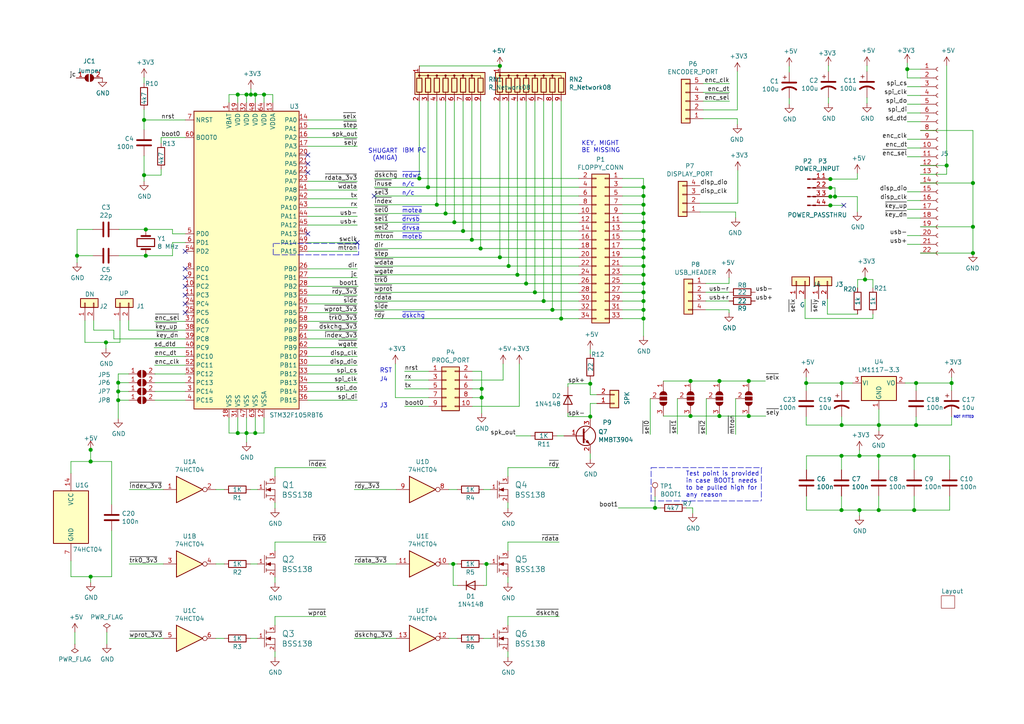
<source format=kicad_sch>
(kicad_sch (version 20210621) (generator eeschema)
  (paper "A4")
  (title_block (title "OpenFlops") (date "2020-01-01") (rev "1") (company "SukkoPera") (comment 1 "Based on schematics by H.M") (comment 2 "Licensed under CERN OHL v.1.2"))
  (junction (at 22.352 74.168) (diameter 1.016))
  (junction (at 26.289 130.4584) (diameter 1.016))
  (junction (at 26.289 133.858) (diameter 1.016))
  (junction (at 26.289 167.259) (diameter 1.016))
  (junction (at 30.734 99.314) (diameter 1.016))
  (junction (at 34.29 110.998) (diameter 1.016))
  (junction (at 34.29 113.538) (diameter 1.016))
  (junction (at 34.29 116.078) (diameter 1.016))
  (junction (at 41.783 34.798) (diameter 1.016))
  (junction (at 41.783 50.8) (diameter 1.016))
  (junction (at 42.291 66.548) (diameter 1.016))
  (junction (at 42.291 74.168) (diameter 1.016))
  (junction (at 68.961 27.432) (diameter 1.016))
  (junction (at 68.961 125.603) (diameter 1.016))
  (junction (at 71.501 27.432) (diameter 1.016))
  (junction (at 71.501 125.603) (diameter 1.016))
  (junction (at 72.771 27.432) (diameter 1.016))
  (junction (at 74.041 27.432) (diameter 1.016))
  (junction (at 74.041 125.603) (diameter 1.016))
  (junction (at 76.581 27.432) (diameter 1.016))
  (junction (at 121.6152 51.7652) (diameter 1.016))
  (junction (at 124.1552 54.3052) (diameter 1.016))
  (junction (at 126.6952 59.3852) (diameter 1.016))
  (junction (at 129.2352 61.9252) (diameter 1.016))
  (junction (at 131.445 163.576) (diameter 1.016))
  (junction (at 131.7752 64.4652) (diameter 1.016))
  (junction (at 134.3152 67.0052) (diameter 1.016))
  (junction (at 136.8552 69.5452) (diameter 1.016))
  (junction (at 139.3952 72.0852) (diameter 1.016))
  (junction (at 139.7 112.776) (diameter 1.016))
  (junction (at 139.7 115.316) (diameter 1.016))
  (junction (at 141.097 163.576) (diameter 1.016))
  (junction (at 144.9832 19.1262) (diameter 1.016))
  (junction (at 144.9832 74.6252) (diameter 1.016))
  (junction (at 147.5232 77.1652) (diameter 1.016))
  (junction (at 150.0632 79.7052) (diameter 1.016))
  (junction (at 152.6032 82.2452) (diameter 1.016))
  (junction (at 155.1432 84.7852) (diameter 1.016))
  (junction (at 157.6832 87.3252) (diameter 1.016))
  (junction (at 160.2232 89.8652) (diameter 1.016))
  (junction (at 162.7632 92.4052) (diameter 1.016))
  (junction (at 171.196 111.3028) (diameter 1.016))
  (junction (at 171.196 120.8278) (diameter 1.016))
  (junction (at 186.6392 54.3052) (diameter 1.016))
  (junction (at 186.6392 56.8452) (diameter 1.016))
  (junction (at 186.6392 59.3852) (diameter 1.016))
  (junction (at 186.6392 61.9252) (diameter 1.016))
  (junction (at 186.6392 64.4652) (diameter 1.016))
  (junction (at 186.6392 67.0052) (diameter 1.016))
  (junction (at 186.6392 69.5452) (diameter 1.016))
  (junction (at 186.6392 72.0852) (diameter 1.016))
  (junction (at 186.6392 74.6252) (diameter 1.016))
  (junction (at 186.6392 77.1652) (diameter 1.016))
  (junction (at 186.6392 79.7052) (diameter 1.016))
  (junction (at 186.6392 82.2452) (diameter 1.016))
  (junction (at 186.6392 84.7852) (diameter 1.016))
  (junction (at 186.6392 87.3252) (diameter 1.016))
  (junction (at 186.6392 89.8652) (diameter 1.016))
  (junction (at 186.6392 92.4052) (diameter 1.016))
  (junction (at 189.992 147.32) (diameter 1.016))
  (junction (at 200.279 110.5154) (diameter 1.016))
  (junction (at 200.279 120.6754) (diameter 1.016))
  (junction (at 208.661 110.5154) (diameter 1.016))
  (junction (at 208.661 120.6754) (diameter 1.016))
  (junction (at 217.17 110.5154) (diameter 1.016))
  (junction (at 217.17 120.6754) (diameter 1.016))
  (junction (at 233.8324 111.0996) (diameter 1.016))
  (junction (at 240.8427 51.943) (diameter 1.016))
  (junction (at 240.8427 54.483) (diameter 1.016))
  (junction (at 240.8427 57.023) (diameter 1.016))
  (junction (at 240.8427 59.563) (diameter 1.016))
  (junction (at 242.189 57.023) (diameter 1.016))
  (junction (at 244.0686 132.207) (diameter 1.016))
  (junction (at 244.0686 147.955) (diameter 1.016))
  (junction (at 244.1194 111.0996) (diameter 1.016))
  (junction (at 244.1194 123.2916) (diameter 1.016))
  (junction (at 249.2756 132.207) (diameter 1.016))
  (junction (at 249.2756 147.955) (diameter 1.016))
  (junction (at 250.9012 81.0768) (diameter 1.016))
  (junction (at 254.8636 132.207) (diameter 1.016))
  (junction (at 254.8636 147.955) (diameter 1.016))
  (junction (at 254.9144 123.2916) (diameter 1.016))
  (junction (at 263.144 20.066) (diameter 1.016))
  (junction (at 265.1506 132.207) (diameter 1.016))
  (junction (at 265.1506 147.955) (diameter 1.016))
  (junction (at 265.7094 111.0996) (diameter 1.016))
  (junction (at 265.7094 123.2916) (diameter 1.016))
  (junction (at 274.574 48.006) (diameter 1.016))
  (junction (at 275.9964 111.0996) (diameter 1.016))
  (junction (at 282.194 53.086) (diameter 1.016))
  (junction (at 282.194 65.786) (diameter 1.016))
  (junction (at 282.194 73.406) (diameter 1.016))
  (no_connect (at 53.721 72.898))
  (no_connect (at 53.721 77.978))
  (no_connect (at 53.721 80.518))
  (no_connect (at 53.721 83.058))
  (no_connect (at 53.721 85.598))
  (no_connect (at 53.721 88.138))
  (no_connect (at 53.721 90.678))
  (no_connect (at 89.281 44.958))
  (no_connect (at 89.281 47.498))
  (no_connect (at 89.281 50.038))
  (no_connect (at 89.281 67.818))
  (no_connect (at 103.632 70.358))
  (no_connect (at 108.5342 56.8452))
  (no_connect (at 244.729 59.563))
  (wire (pts (xy 20.574 133.858) (xy 26.289 133.858)))
  (wire (pts (xy 20.574 137.287) (xy 20.574 133.858)))
  (wire (pts (xy 20.574 167.259) (xy 20.574 162.687)))
  (wire (pts (xy 21.717 186.817) (xy 21.717 183.388)))
  (wire (pts (xy 22.352 66.548) (xy 22.352 74.168)))
  (wire (pts (xy 22.352 74.168) (xy 22.352 76.2)))
  (wire (pts (xy 24.638 92.964) (xy 24.638 99.314)))
  (wire (pts (xy 24.638 99.314) (xy 30.734 99.314)))
  (wire (pts (xy 26.289 130.4584) (xy 26.289 130.429)))
  (wire (pts (xy 26.289 133.858) (xy 26.289 130.4584)))
  (wire (pts (xy 26.289 133.858) (xy 32.385 133.858)))
  (wire (pts (xy 26.289 167.259) (xy 20.574 167.259)))
  (wire (pts (xy 26.289 167.259) (xy 26.289 168.91)))
  (wire (pts (xy 26.924 66.548) (xy 22.352 66.548)))
  (wire (pts (xy 26.924 74.168) (xy 22.352 74.168)))
  (wire (pts (xy 27.178 95.758) (xy 27.178 92.964)))
  (wire (pts (xy 30.734 99.314) (xy 30.734 101.092)))
  (wire (pts (xy 30.734 99.314) (xy 34.798 99.314)))
  (wire (pts (xy 30.988 183.388) (xy 30.988 186.817)))
  (wire (pts (xy 32.385 133.858) (xy 32.385 146.304)))
  (wire (pts (xy 32.385 153.924) (xy 32.385 167.259)))
  (wire (pts (xy 32.385 167.259) (xy 26.289 167.259)))
  (wire (pts (xy 33.02 95.758) (xy 27.178 95.758)))
  (wire (pts (xy 33.02 98.298) (xy 33.02 95.758)))
  (wire (pts (xy 33.02 98.298) (xy 53.721 98.298)))
  (wire (pts (xy 34.29 108.458) (xy 34.29 110.998)))
  (wire (pts (xy 34.29 110.998) (xy 34.29 113.538)))
  (wire (pts (xy 34.29 110.998) (xy 37.338 110.998)))
  (wire (pts (xy 34.29 113.538) (xy 34.29 116.078)))
  (wire (pts (xy 34.29 113.538) (xy 37.338 113.538)))
  (wire (pts (xy 34.29 116.078) (xy 34.29 121.412)))
  (wire (pts (xy 34.29 116.078) (xy 37.338 116.078)))
  (wire (pts (xy 34.544 66.548) (xy 42.291 66.548)))
  (wire (pts (xy 34.798 99.314) (xy 34.798 92.964)))
  (wire (pts (xy 37.338 95.758) (xy 37.338 92.964)))
  (wire (pts (xy 37.338 95.758) (xy 53.721 95.758)))
  (wire (pts (xy 37.338 108.458) (xy 34.29 108.458)))
  (wire (pts (xy 41.783 22.479) (xy 41.783 24.13)))
  (wire (pts (xy 41.783 31.75) (xy 41.783 34.798)))
  (wire (pts (xy 41.783 37.592) (xy 41.783 34.798)))
  (wire (pts (xy 41.783 45.212) (xy 41.783 50.8)))
  (wire (pts (xy 41.783 50.8) (xy 41.783 52.578)))
  (wire (pts (xy 42.291 66.548) (xy 50.038 66.548)))
  (wire (pts (xy 42.291 74.168) (xy 34.544 74.168)))
  (wire (pts (xy 44.704 100.838) (xy 53.721 100.838)))
  (wire (pts (xy 44.958 108.4642) (xy 44.958 108.458)))
  (wire (pts (xy 44.958 110.998) (xy 53.721 110.998)))
  (wire (pts (xy 44.958 113.538) (xy 53.721 113.538)))
  (wire (pts (xy 44.958 116.078) (xy 53.721 116.078)))
  (wire (pts (xy 46.736 39.878) (xy 46.736 41.529)))
  (wire (pts (xy 46.736 49.149) (xy 46.736 50.8)))
  (wire (pts (xy 46.736 50.8) (xy 41.783 50.8)))
  (wire (pts (xy 47.371 141.986) (xy 37.465 141.986)))
  (wire (pts (xy 47.371 163.576) (xy 37.465 163.576)))
  (wire (pts (xy 47.371 185.166) (xy 37.465 185.166)))
  (wire (pts (xy 50.038 66.548) (xy 50.038 67.818)))
  (wire (pts (xy 50.038 67.818) (xy 53.721 67.818)))
  (wire (pts (xy 50.038 70.358) (xy 50.038 74.168)))
  (wire (pts (xy 50.038 74.168) (xy 42.291 74.168)))
  (wire (pts (xy 53.721 34.798) (xy 41.783 34.798)))
  (wire (pts (xy 53.721 39.878) (xy 46.736 39.878)))
  (wire (pts (xy 53.721 70.358) (xy 50.038 70.358)))
  (wire (pts (xy 53.721 93.218) (xy 44.831 93.218)))
  (wire (pts (xy 53.721 103.378) (xy 44.831 103.378)))
  (wire (pts (xy 53.721 105.918) (xy 44.831 105.918)))
  (wire (pts (xy 53.721 108.4642) (xy 44.958 108.4642)))
  (wire (pts (xy 53.721 108.4642) (xy 53.721 108.458)))
  (wire (pts (xy 62.611 141.986) (xy 65.024 141.986)))
  (wire (pts (xy 62.611 163.576) (xy 65.024 163.576)))
  (wire (pts (xy 62.611 185.166) (xy 65.024 185.166)))
  (wire (pts (xy 66.421 27.432) (xy 68.961 27.432)))
  (wire (pts (xy 66.421 29.718) (xy 66.421 27.432)))
  (wire (pts (xy 66.421 125.603) (xy 66.421 121.158)))
  (wire (pts (xy 68.961 27.432) (xy 71.501 27.432)))
  (wire (pts (xy 68.961 29.718) (xy 68.961 27.432)))
  (wire (pts (xy 68.961 121.158) (xy 68.961 125.603)))
  (wire (pts (xy 68.961 125.603) (xy 66.421 125.603)))
  (wire (pts (xy 68.961 125.603) (xy 71.501 125.603)))
  (wire (pts (xy 71.501 27.432) (xy 72.771 27.432)))
  (wire (pts (xy 71.501 29.718) (xy 71.501 27.432)))
  (wire (pts (xy 71.501 121.158) (xy 71.501 125.603)))
  (wire (pts (xy 71.501 125.603) (xy 71.501 128.27)))
  (wire (pts (xy 71.501 125.603) (xy 74.041 125.603)))
  (wire (pts (xy 72.644 141.986) (xy 74.676 141.986)))
  (wire (pts (xy 72.644 163.576) (xy 74.676 163.576)))
  (wire (pts (xy 72.644 185.166) (xy 74.676 185.166)))
  (wire (pts (xy 72.771 25.781) (xy 72.771 27.432)))
  (wire (pts (xy 72.771 27.432) (xy 74.041 27.432)))
  (wire (pts (xy 74.041 27.432) (xy 76.581 27.432)))
  (wire (pts (xy 74.041 29.718) (xy 74.041 27.432)))
  (wire (pts (xy 74.041 125.603) (xy 74.041 121.158)))
  (wire (pts (xy 76.581 27.432) (xy 79.121 27.432)))
  (wire (pts (xy 76.581 29.718) (xy 76.581 27.432)))
  (wire (pts (xy 76.581 121.158) (xy 76.581 125.603)))
  (wire (pts (xy 76.581 125.603) (xy 74.041 125.603)))
  (wire (pts (xy 79.121 27.432) (xy 79.121 29.718)))
  (wire (pts (xy 79.756 135.636) (xy 94.615 135.636)))
  (wire (pts (xy 79.756 138.176) (xy 79.756 135.636)))
  (wire (pts (xy 79.756 145.796) (xy 79.756 147.447)))
  (wire (pts (xy 79.756 157.226) (xy 94.615 157.226)))
  (wire (pts (xy 79.756 159.766) (xy 79.756 157.226)))
  (wire (pts (xy 79.756 167.386) (xy 79.756 169.037)))
  (wire (pts (xy 79.756 178.816) (xy 94.615 178.816)))
  (wire (pts (xy 79.756 181.356) (xy 79.756 178.816)))
  (wire (pts (xy 79.756 188.976) (xy 79.756 190.627)))
  (wire (pts (xy 89.281 34.798) (xy 103.378 34.798)))
  (wire (pts (xy 89.281 37.338) (xy 103.632 37.338)))
  (wire (pts (xy 89.281 39.878) (xy 103.632 39.878)))
  (wire (pts (xy 89.281 42.418) (xy 103.632 42.418)))
  (wire (pts (xy 89.281 52.578) (xy 103.632 52.578)))
  (wire (pts (xy 89.281 55.118) (xy 103.632 55.118)))
  (wire (pts (xy 89.281 57.658) (xy 103.632 57.658)))
  (wire (pts (xy 89.281 60.198) (xy 103.632 60.198)))
  (wire (pts (xy 89.281 62.738) (xy 103.632 62.738)))
  (wire (pts (xy 89.281 65.278) (xy 103.632 65.278)))
  (wire (pts (xy 89.281 70.358) (xy 103.632 70.358)))
  (wire (pts (xy 89.281 72.898) (xy 103.632 72.898)))
  (wire (pts (xy 89.281 77.978) (xy 103.632 77.978)))
  (wire (pts (xy 89.281 80.518) (xy 103.632 80.518)))
  (wire (pts (xy 89.281 83.058) (xy 103.886 83.058)))
  (wire (pts (xy 89.281 85.598) (xy 103.632 85.598)))
  (wire (pts (xy 89.281 88.138) (xy 103.632 88.138)))
  (wire (pts (xy 89.281 90.678) (xy 103.632 90.678)))
  (wire (pts (xy 89.281 93.218) (xy 103.632 93.218)))
  (wire (pts (xy 89.281 95.758) (xy 103.632 95.758)))
  (wire (pts (xy 89.281 98.298) (xy 103.632 98.298)))
  (wire (pts (xy 89.281 100.838) (xy 103.632 100.838)))
  (wire (pts (xy 89.281 103.378) (xy 103.632 103.378)))
  (wire (pts (xy 89.281 105.918) (xy 103.632 105.918)))
  (wire (pts (xy 89.281 108.458) (xy 103.632 108.458)))
  (wire (pts (xy 89.281 110.998) (xy 103.632 110.998)))
  (wire (pts (xy 89.281 113.538) (xy 103.632 113.538)))
  (wire (pts (xy 89.281 116.078) (xy 103.632 116.078)))
  (wire (pts (xy 108.5342 51.7652) (xy 121.6152 51.7652)))
  (wire (pts (xy 108.5342 54.3052) (xy 124.1552 54.3052)))
  (wire (pts (xy 108.5342 56.8452) (xy 167.8432 56.8452)))
  (wire (pts (xy 108.5342 59.3852) (xy 126.6952 59.3852)))
  (wire (pts (xy 108.5342 61.9252) (xy 129.2352 61.9252)))
  (wire (pts (xy 108.5342 64.4652) (xy 131.7752 64.4652)))
  (wire (pts (xy 108.5342 67.0052) (xy 134.3152 67.0052)))
  (wire (pts (xy 108.5342 69.5452) (xy 136.8552 69.5452)))
  (wire (pts (xy 108.5342 72.0852) (xy 139.3952 72.0852)))
  (wire (pts (xy 108.5342 74.6252) (xy 144.9832 74.6252)))
  (wire (pts (xy 108.5342 77.1652) (xy 147.5232 77.1652)))
  (wire (pts (xy 108.5342 79.7052) (xy 150.0632 79.7052)))
  (wire (pts (xy 108.5342 82.2452) (xy 152.6032 82.2452)))
  (wire (pts (xy 108.5342 84.7852) (xy 155.1432 84.7852)))
  (wire (pts (xy 108.5342 87.3252) (xy 157.6832 87.3252)))
  (wire (pts (xy 108.5342 89.8652) (xy 160.2232 89.8652)))
  (wire (pts (xy 108.5342 92.4052) (xy 162.7632 92.4052)))
  (wire (pts (xy 114.681 105.537) (xy 114.681 115.316)))
  (wire (pts (xy 114.681 115.316) (xy 124.333 115.316)))
  (wire (pts (xy 114.935 141.986) (xy 102.743 141.986)))
  (wire (pts (xy 114.935 163.576) (xy 102.743 163.576)))
  (wire (pts (xy 114.935 185.166) (xy 102.743 185.166)))
  (wire (pts (xy 121.6152 19.1262) (xy 144.9832 19.1262)))
  (wire (pts (xy 121.6152 29.2862) (xy 121.6152 51.7652)))
  (wire (pts (xy 121.6152 51.7652) (xy 167.8432 51.7652)))
  (wire (pts (xy 124.1552 29.2862) (xy 124.1552 54.3052)))
  (wire (pts (xy 124.1552 54.3052) (xy 167.8432 54.3052)))
  (wire (pts (xy 124.333 107.696) (xy 117.348 107.696)))
  (wire (pts (xy 124.333 110.236) (xy 117.348 110.236)))
  (wire (pts (xy 124.333 112.776) (xy 117.348 112.776)))
  (wire (pts (xy 124.333 117.856) (xy 117.348 117.856)))
  (wire (pts (xy 126.6952 29.2862) (xy 126.6952 59.3852)))
  (wire (pts (xy 126.6952 59.3852) (xy 167.8432 59.3852)))
  (wire (pts (xy 129.2352 29.2862) (xy 129.2352 61.9252)))
  (wire (pts (xy 129.2352 61.9252) (xy 167.8432 61.9252)))
  (wire (pts (xy 130.175 141.986) (xy 132.588 141.986)))
  (wire (pts (xy 130.175 163.576) (xy 131.445 163.576)))
  (wire (pts (xy 130.175 185.166) (xy 132.588 185.166)))
  (wire (pts (xy 131.445 163.576) (xy 132.588 163.576)))
  (wire (pts (xy 131.445 169.799) (xy 131.445 163.576)))
  (wire (pts (xy 131.7752 29.2862) (xy 131.7752 64.4652)))
  (wire (pts (xy 131.7752 64.4652) (xy 167.8432 64.4652)))
  (wire (pts (xy 132.715 169.799) (xy 131.445 169.799)))
  (wire (pts (xy 134.3152 29.2862) (xy 134.3152 67.0052)))
  (wire (pts (xy 134.3152 67.0052) (xy 167.8432 67.0052)))
  (wire (pts (xy 136.8552 29.2862) (xy 136.8552 69.5452)))
  (wire (pts (xy 136.8552 69.5452) (xy 167.8432 69.5452)))
  (wire (pts (xy 137.033 107.696) (xy 139.7 107.696)))
  (wire (pts (xy 137.033 110.236) (xy 145.923 110.236)))
  (wire (pts (xy 137.033 112.776) (xy 139.7 112.776)))
  (wire (pts (xy 137.033 115.316) (xy 139.7 115.316)))
  (wire (pts (xy 139.3952 29.2862) (xy 139.3952 72.0852)))
  (wire (pts (xy 139.3952 72.0852) (xy 167.8432 72.0852)))
  (wire (pts (xy 139.7 107.696) (xy 139.7 112.776)))
  (wire (pts (xy 139.7 112.776) (xy 139.7 115.316)))
  (wire (pts (xy 139.7 115.316) (xy 139.7 119.888)))
  (wire (pts (xy 140.208 141.986) (xy 142.24 141.986)))
  (wire (pts (xy 140.208 163.576) (xy 141.097 163.576)))
  (wire (pts (xy 140.208 185.166) (xy 142.24 185.166)))
  (wire (pts (xy 141.097 163.576) (xy 141.097 169.799)))
  (wire (pts (xy 141.097 163.576) (xy 142.24 163.576)))
  (wire (pts (xy 141.097 169.799) (xy 140.335 169.799)))
  (wire (pts (xy 144.9832 29.2862) (xy 144.9832 74.6252)))
  (wire (pts (xy 144.9832 74.6252) (xy 167.8432 74.6252)))
  (wire (pts (xy 145.923 110.236) (xy 145.923 105.537)))
  (wire (pts (xy 147.32 135.636) (xy 162.179 135.636)))
  (wire (pts (xy 147.32 138.176) (xy 147.32 135.636)))
  (wire (pts (xy 147.32 145.796) (xy 147.32 147.447)))
  (wire (pts (xy 147.32 157.226) (xy 162.179 157.226)))
  (wire (pts (xy 147.32 159.766) (xy 147.32 157.226)))
  (wire (pts (xy 147.32 167.386) (xy 147.32 169.037)))
  (wire (pts (xy 147.32 178.816) (xy 162.179 178.816)))
  (wire (pts (xy 147.32 181.356) (xy 147.32 178.816)))
  (wire (pts (xy 147.32 188.976) (xy 147.32 190.627)))
  (wire (pts (xy 147.5232 29.2862) (xy 147.5232 77.1652)))
  (wire (pts (xy 147.5232 77.1652) (xy 167.8432 77.1652)))
  (wire (pts (xy 150.0632 29.2862) (xy 150.0632 79.7052)))
  (wire (pts (xy 150.0632 79.7052) (xy 167.8432 79.7052)))
  (wire (pts (xy 150.622 105.537) (xy 150.622 117.856)))
  (wire (pts (xy 150.622 117.856) (xy 137.033 117.856)))
  (wire (pts (xy 152.6032 29.2862) (xy 152.6032 82.2452)))
  (wire (pts (xy 152.6032 82.2452) (xy 167.8432 82.2452)))
  (wire (pts (xy 153.924 126.4158) (xy 149.606 126.4158)))
  (wire (pts (xy 155.1432 29.2862) (xy 155.1432 84.7852)))
  (wire (pts (xy 155.1432 84.7852) (xy 167.8432 84.7852)))
  (wire (pts (xy 157.6832 29.2862) (xy 157.6832 87.3252)))
  (wire (pts (xy 157.6832 87.3252) (xy 167.8432 87.3252)))
  (wire (pts (xy 160.2232 29.2862) (xy 160.2232 89.8652)))
  (wire (pts (xy 160.2232 89.8652) (xy 167.8432 89.8652)))
  (wire (pts (xy 161.544 126.4158) (xy 163.576 126.4158)))
  (wire (pts (xy 162.7632 29.2862) (xy 162.7632 92.4052)))
  (wire (pts (xy 162.7632 92.4052) (xy 167.8432 92.4052)))
  (wire (pts (xy 164.719 111.3028) (xy 171.196 111.3028)))
  (wire (pts (xy 164.719 112.1918) (xy 164.719 111.3028)))
  (wire (pts (xy 164.719 120.8278) (xy 164.719 119.8118)))
  (wire (pts (xy 164.719 120.8278) (xy 171.196 120.8278)))
  (wire (pts (xy 171.196 102.6668) (xy 171.196 101.3968)))
  (wire (pts (xy 171.196 110.2868) (xy 171.196 111.3028)))
  (wire (pts (xy 171.196 111.3028) (xy 171.196 114.4778)))
  (wire (pts (xy 171.196 117.0178) (xy 171.196 120.8278)))
  (wire (pts (xy 171.196 120.8278) (xy 171.196 121.3358)))
  (wire (pts (xy 171.196 131.4958) (xy 171.196 133.1468)))
  (wire (pts (xy 173.101 114.4778) (xy 171.196 114.4778)))
  (wire (pts (xy 173.101 117.0178) (xy 171.196 117.0178)))
  (wire (pts (xy 179.324 147.32) (xy 189.992 147.32)))
  (wire (pts (xy 180.5432 51.7652) (xy 186.6392 51.7652)))
  (wire (pts (xy 180.5432 54.3052) (xy 186.6392 54.3052)))
  (wire (pts (xy 180.5432 56.8452) (xy 186.6392 56.8452)))
  (wire (pts (xy 180.5432 59.3852) (xy 186.6392 59.3852)))
  (wire (pts (xy 180.5432 61.9252) (xy 186.6392 61.9252)))
  (wire (pts (xy 180.5432 64.4652) (xy 186.6392 64.4652)))
  (wire (pts (xy 180.5432 67.0052) (xy 186.6392 67.0052)))
  (wire (pts (xy 180.5432 69.5452) (xy 186.6392 69.5452)))
  (wire (pts (xy 180.5432 72.0852) (xy 186.6392 72.0852)))
  (wire (pts (xy 180.5432 74.6252) (xy 186.6392 74.6252)))
  (wire (pts (xy 180.5432 77.1652) (xy 186.6392 77.1652)))
  (wire (pts (xy 180.5432 79.7052) (xy 186.6392 79.7052)))
  (wire (pts (xy 180.5432 82.2452) (xy 186.6392 82.2452)))
  (wire (pts (xy 180.5432 84.7852) (xy 186.6392 84.7852)))
  (wire (pts (xy 180.5432 87.3252) (xy 186.6392 87.3252)))
  (wire (pts (xy 180.5432 89.8652) (xy 186.6392 89.8652)))
  (wire (pts (xy 180.5432 92.4052) (xy 186.6392 92.4052)))
  (wire (pts (xy 186.6392 51.7652) (xy 186.6392 54.3052)))
  (wire (pts (xy 186.6392 54.3052) (xy 186.6392 56.8452)))
  (wire (pts (xy 186.6392 56.8452) (xy 186.6392 59.3852)))
  (wire (pts (xy 186.6392 59.3852) (xy 186.6392 61.9252)))
  (wire (pts (xy 186.6392 61.9252) (xy 186.6392 64.4652)))
  (wire (pts (xy 186.6392 64.4652) (xy 186.6392 67.0052)))
  (wire (pts (xy 186.6392 67.0052) (xy 186.6392 69.5452)))
  (wire (pts (xy 186.6392 69.5452) (xy 186.6392 72.0852)))
  (wire (pts (xy 186.6392 72.0852) (xy 186.6392 74.6252)))
  (wire (pts (xy 186.6392 74.6252) (xy 186.6392 77.1652)))
  (wire (pts (xy 186.6392 77.1652) (xy 186.6392 79.7052)))
  (wire (pts (xy 186.6392 79.7052) (xy 186.6392 82.2452)))
  (wire (pts (xy 186.6392 82.2452) (xy 186.6392 84.7852)))
  (wire (pts (xy 186.6392 84.7852) (xy 186.6392 87.3252)))
  (wire (pts (xy 186.6392 87.3252) (xy 186.6392 89.8652)))
  (wire (pts (xy 186.6392 89.8652) (xy 186.6392 92.4052)))
  (wire (pts (xy 186.6392 92.4052) (xy 186.6392 97.4852)))
  (wire (pts (xy 188.595 115.5954) (xy 188.595 126.0094)))
  (wire (pts (xy 189.992 144.018) (xy 189.992 147.32)))
  (wire (pts (xy 189.992 147.32) (xy 191.516 147.32)))
  (wire (pts (xy 192.405 110.5154) (xy 200.279 110.5154)))
  (wire (pts (xy 192.405 120.6754) (xy 200.279 120.6754)))
  (wire (pts (xy 196.469 115.5954) (xy 196.469 125.8824)))
  (wire (pts (xy 199.136 147.32) (xy 200.914 147.32)))
  (wire (pts (xy 200.279 110.5154) (xy 208.661 110.5154)))
  (wire (pts (xy 200.279 120.6754) (xy 208.661 120.6754)))
  (wire (pts (xy 200.914 147.32) (xy 200.914 148.844)))
  (wire (pts (xy 203.962 24.257) (xy 211.582 24.257)))
  (wire (pts (xy 203.962 26.797) (xy 211.582 26.797)))
  (wire (pts (xy 203.962 29.337) (xy 211.582 29.337)))
  (wire (pts (xy 203.962 31.877) (xy 213.868 31.877)))
  (wire (pts (xy 203.962 34.417) (xy 213.868 34.417)))
  (wire (pts (xy 204.724 84.7598) (xy 211.455 84.7598)))
  (wire (pts (xy 204.724 87.2998) (xy 211.455 87.2998)))
  (wire (pts (xy 204.724 89.8398) (xy 211.455 89.8398)))
  (wire (pts (xy 204.851 115.5954) (xy 204.851 126.0094)))
  (wire (pts (xy 208.661 110.5154) (xy 217.17 110.5154)))
  (wire (pts (xy 208.661 120.6754) (xy 217.17 120.6754)))
  (wire (pts (xy 211.455 80.5688) (xy 211.455 82.2198)))
  (wire (pts (xy 211.455 82.2198) (xy 204.724 82.2198)))
  (wire (pts (xy 211.455 89.8398) (xy 211.455 90.7288)))
  (wire (pts (xy 213.36 61.4934) (xy 203.073 61.4934)))
  (wire (pts (xy 213.36 61.4934) (xy 213.36 63.1444)))
  (wire (pts (xy 213.36 115.5954) (xy 213.36 126.0094)))
  (wire (pts (xy 213.868 31.877) (xy 213.868 20.701)))
  (wire (pts (xy 213.868 34.417) (xy 213.868 36.068)))
  (wire (pts (xy 213.995 49.4284) (xy 213.995 58.9534)))
  (wire (pts (xy 213.995 58.9534) (xy 203.073 58.9534)))
  (wire (pts (xy 217.17 110.5154) (xy 221.996 110.5154)))
  (wire (pts (xy 217.17 120.6754) (xy 222.123 120.6754)))
  (wire (pts (xy 228.9048 19.2532) (xy 228.9048 20.9042)))
  (wire (pts (xy 228.9048 28.5242) (xy 228.9048 30.1752)))
  (wire (pts (xy 233.5022 86.6648) (xy 233.5022 92.3798)))
  (wire (pts (xy 233.5022 92.3798) (xy 253.1872 92.3798)))
  (wire (pts (xy 233.8324 109.4486) (xy 233.8324 111.0996)))
  (wire (pts (xy 233.8324 111.0996) (xy 233.8324 113.2586)))
  (wire (pts (xy 233.8324 111.0996) (xy 244.1194 111.0996)))
  (wire (pts (xy 233.8324 120.8786) (xy 233.8324 123.2916)))
  (wire (pts (xy 233.8324 123.2916) (xy 244.1194 123.2916)))
  (wire (pts (xy 233.9086 132.207) (xy 244.0686 132.207)))
  (wire (pts (xy 233.9086 136.271) (xy 233.9086 132.207)))
  (wire (pts (xy 233.9086 143.891) (xy 233.9086 147.955)))
  (wire (pts (xy 233.9086 147.955) (xy 244.0686 147.955)))
  (wire (pts (xy 239.268 51.943) (xy 240.8427 51.943)))
  (wire (pts (xy 239.268 54.483) (xy 240.8427 54.483)))
  (wire (pts (xy 239.268 57.023) (xy 240.8427 57.023)))
  (wire (pts (xy 239.268 59.563) (xy 240.8427 59.563)))
  (wire (pts (xy 239.9792 86.6648) (xy 239.9792 91.1098)))
  (wire (pts (xy 239.9792 91.1098) (xy 248.7422 91.1098)))
  (wire (pts (xy 240.284 19.05) (xy 240.284 20.701)))
  (wire (pts (xy 240.284 28.321) (xy 240.284 29.972)))
  (wire (pts (xy 240.8427 51.943) (xy 248.666 51.943)))
  (wire (pts (xy 240.8427 54.483) (xy 242.189 54.483)))
  (wire (pts (xy 240.8427 57.023) (xy 242.189 57.023)))
  (wire (pts (xy 240.8427 59.563) (xy 244.729 59.563)))
  (wire (pts (xy 242.189 54.483) (xy 242.189 57.023)))
  (wire (pts (xy 242.189 57.023) (xy 248.666 57.023)))
  (wire (pts (xy 244.0686 132.207) (xy 249.2756 132.207)))
  (wire (pts (xy 244.0686 136.271) (xy 244.0686 132.207)))
  (wire (pts (xy 244.0686 143.891) (xy 244.0686 147.955)))
  (wire (pts (xy 244.0686 147.955) (xy 249.2756 147.955)))
  (wire (pts (xy 244.1194 111.0996) (xy 247.2944 111.0996)))
  (wire (pts (xy 244.1194 113.2586) (xy 244.1194 111.0996)))
  (wire (pts (xy 244.1194 120.8786) (xy 244.1194 123.2916)))
  (wire (pts (xy 244.1194 123.2916) (xy 254.9144 123.2916)))
  (wire (pts (xy 248.666 50.292) (xy 248.666 51.943)))
  (wire (pts (xy 248.666 57.023) (xy 248.666 61.468)))
  (wire (pts (xy 248.7422 81.0768) (xy 248.7422 83.4898)))
  (wire (pts (xy 248.7422 81.0768) (xy 250.9012 81.0768)))
  (wire (pts (xy 249.2756 130.556) (xy 249.2756 132.207)))
  (wire (pts (xy 249.2756 132.207) (xy 254.8636 132.207)))
  (wire (pts (xy 249.2756 147.955) (xy 249.2756 149.606)))
  (wire (pts (xy 249.2756 147.955) (xy 254.8636 147.955)))
  (wire (pts (xy 250.9012 80.1878) (xy 250.9012 81.0768)))
  (wire (pts (xy 250.9012 81.0768) (xy 253.1872 81.0768)))
  (wire (pts (xy 251.46 19.05) (xy 251.46 20.701)))
  (wire (pts (xy 251.46 28.321) (xy 251.46 29.972)))
  (wire (pts (xy 253.1872 81.0768) (xy 253.1872 83.4898)))
  (wire (pts (xy 253.1872 92.3798) (xy 253.1872 91.1098)))
  (wire (pts (xy 254.8636 132.207) (xy 265.1506 132.207)))
  (wire (pts (xy 254.8636 136.271) (xy 254.8636 132.207)))
  (wire (pts (xy 254.8636 143.891) (xy 254.8636 147.955)))
  (wire (pts (xy 254.8636 147.955) (xy 265.1506 147.955)))
  (wire (pts (xy 254.9144 118.7196) (xy 254.9144 123.2916)))
  (wire (pts (xy 254.9144 123.2916) (xy 254.9144 124.9426)))
  (wire (pts (xy 254.9144 123.2916) (xy 265.7094 123.2916)))
  (wire (pts (xy 263.144 18.288) (xy 263.144 20.066)))
  (wire (pts (xy 263.144 20.066) (xy 266.954 20.066)))
  (wire (pts (xy 263.144 22.606) (xy 263.144 20.066)))
  (wire (pts (xy 263.144 25.146) (xy 266.954 25.146)))
  (wire (pts (xy 263.144 27.686) (xy 266.954 27.686)))
  (wire (pts (xy 263.144 30.226) (xy 266.954 30.226)))
  (wire (pts (xy 263.144 32.766) (xy 266.954 32.766)))
  (wire (pts (xy 263.144 35.306) (xy 266.954 35.306)))
  (wire (pts (xy 263.144 40.386) (xy 266.954 40.386)))
  (wire (pts (xy 263.144 42.926) (xy 266.954 42.926)))
  (wire (pts (xy 263.144 45.466) (xy 266.954 45.466)))
  (wire (pts (xy 263.144 55.626) (xy 266.954 55.626)))
  (wire (pts (xy 263.144 58.166) (xy 266.954 58.166)))
  (wire (pts (xy 263.144 60.706) (xy 266.954 60.706)))
  (wire (pts (xy 263.144 63.246) (xy 266.954 63.246)))
  (wire (pts (xy 263.144 68.326) (xy 266.954 68.326)))
  (wire (pts (xy 263.144 70.866) (xy 266.954 70.866)))
  (wire (pts (xy 265.1506 132.207) (xy 265.1506 136.271)))
  (wire (pts (xy 265.1506 132.207) (xy 275.4376 132.207)))
  (wire (pts (xy 265.1506 147.955) (xy 265.1506 143.891)))
  (wire (pts (xy 265.1506 147.955) (xy 275.4376 147.955)))
  (wire (pts (xy 265.7094 111.0996) (xy 262.5344 111.0996)))
  (wire (pts (xy 265.7094 113.2586) (xy 265.7094 111.0996)))
  (wire (pts (xy 265.7094 120.8786) (xy 265.7094 123.2916)))
  (wire (pts (xy 265.7094 123.2916) (xy 275.9964 123.2916)))
  (wire (pts (xy 266.954 22.606) (xy 263.144 22.606)))
  (wire (pts (xy 266.954 37.846) (xy 282.194 37.846)))
  (wire (pts (xy 266.954 48.006) (xy 274.574 48.006)))
  (wire (pts (xy 266.954 65.786) (xy 282.194 65.786)))
  (wire (pts (xy 266.954 73.406) (xy 282.194 73.406)))
  (wire (pts (xy 274.574 19.05) (xy 274.574 48.006)))
  (wire (pts (xy 274.574 48.006) (xy 274.574 50.546)))
  (wire (pts (xy 274.574 50.546) (xy 266.954 50.546)))
  (wire (pts (xy 275.4376 132.207) (xy 275.4376 136.271)))
  (wire (pts (xy 275.4376 147.955) (xy 275.4376 143.891)))
  (wire (pts (xy 275.9964 109.4486) (xy 275.9964 111.0996)))
  (wire (pts (xy 275.9964 111.0996) (xy 265.7094 111.0996)))
  (wire (pts (xy 275.9964 111.0996) (xy 275.9964 113.2586)))
  (wire (pts (xy 275.9964 123.2916) (xy 275.9964 120.8786)))
  (wire (pts (xy 282.194 37.846) (xy 282.194 53.086)))
  (wire (pts (xy 282.194 53.086) (xy 266.954 53.086)))
  (wire (pts (xy 282.194 65.786) (xy 282.194 53.086)))
  (wire (pts (xy 282.194 65.786) (xy 282.194 73.406)))
  (polyline (pts (xy 79.248 73.914) (xy 79.248 70.612)) (stroke (width 0) (type dash)))
  (polyline (pts (xy 104.013 70.612) (xy 79.248 70.612)) (stroke (width 0) (type dash)))
  (polyline (pts (xy 104.013 70.612) (xy 104.013 73.914)) (stroke (width 0) (type dash)))
  (polyline (pts (xy 104.013 73.914) (xy 79.248 73.914)) (stroke (width 0) (type dash)))
  (polyline (pts (xy 188.595 145.288) (xy 220.726 145.288)) (stroke (width 0) (type dash)))
  (polyline (pts (xy 188.849 135.636) (xy 220.98 135.636)) (stroke (width 0) (type dash)))
  (polyline (pts (xy 188.849 145.161) (xy 188.849 135.636)) (stroke (width 0) (type dash)))
  (polyline (pts (xy 220.8276 135.6868) (xy 220.8276 145.2118)) (stroke (width 0) (type dash)))
  (text "RST" (at 110.109 108.331 0) (effects (font (size 1.27 1.27)) (justify left bottom)))
  (text "J4" (at 110.109 110.871 0) (effects (font (size 1.27 1.27)) (justify left bottom)))
  (text "J3" (at 110.109 118.491 0) (effects (font (size 1.27 1.27)) (justify left bottom)))
  (text "SHUGART\n(AMIGA)" (at 115.3922 46.6852 180) (effects (font (size 1.27 1.27)) (justify right bottom)))
  (text "~{redwc}" (at 116.5352 51.7652 0) (effects (font (size 1.27 1.27)) (justify left bottom)))
  (text "n/c" (at 116.5352 54.3052 0) (effects (font (size 1.27 1.27)) (justify left bottom)))
  (text "n/c" (at 116.5352 56.8452 0) (effects (font (size 1.27 1.27)) (justify left bottom)))
  (text "~{motea}" (at 116.5352 61.9252 0) (effects (font (size 1.27 1.27)) (justify left bottom)))
  (text "~{drvsb}" (at 116.5352 64.4652 0) (effects (font (size 1.27 1.27)) (justify left bottom)))
  (text "~{drvsa}" (at 116.5352 67.0052 0) (effects (font (size 1.27 1.27)) (justify left bottom)))
  (text "~{moteb}" (at 116.5352 69.5452 0) (effects (font (size 1.27 1.27)) (justify left bottom)))
  (text "~{dskchg}" (at 116.5352 92.4052 0) (effects (font (size 1.27 1.27)) (justify left bottom)))
  (text "IBM PC" (at 116.6622 44.5262 0) (effects (font (size 1.27 1.27)) (justify left bottom)))
  (text "KEY, MIGHT\nBE MISSING" (at 168.6306 44.45 0) (effects (font (size 1.27 1.27)) (justify left bottom)))
  (text "Test point is provided\nin case BOOT1 needs\nto be pulled high for\nany reason" (at 198.882 144.399 0) (effects (font (size 1.27 1.27)) (justify left bottom)))
  (text "NOT FITTED" (at 276.479 121.4628 0) (effects (font (size 0.7 0.7)) (justify left bottom)))
  (label "jc" (at 22.098 22.606 180))
  (label "~{index_3v3}" (at 37.465 141.986 0))
  (label "~{trk0_3v3}" (at 37.465 163.576 0))
  (label "~{wprot_3v3}" (at 37.465 185.166 0))
  (label "sd_dtd" (at 44.704 100.838 0))
  (label "~{enc_sel}" (at 44.831 93.218 0))
  (label "enc_dt" (at 44.831 103.378 0))
  (label "enc_clk" (at 44.831 105.918 0))
  (label "~{key_up}" (at 44.958 95.758 0))
  (label "~{key_dn}" (at 45.212 98.298 0))
  (label "nrst" (at 46.736 34.798 0))
  (label "boot0" (at 46.736 39.878 0))
  (label "~{index}" (at 94.615 135.636 180))
  (label "~{trk0}" (at 94.615 157.226 180))
  (label "~{wprot}" (at 94.615 178.816 180))
  (label "~{rdy_3v3}" (at 102.743 141.986 0))
  (label "~{rdata_3v3}" (at 102.743 163.576 0))
  (label "~{dskchg_3v3}" (at 102.743 185.166 0))
  (label "~{selx}" (at 103.378 34.798 180))
  (label "~{step}" (at 103.632 37.338 180))
  (label "spk_out" (at 103.632 39.878 180))
  (label "~{sely}" (at 103.632 42.418 180))
  (label "~{rdata_3v3}" (at 103.632 52.578 180))
  (label "~{wdata}" (at 103.632 55.118 180))
  (label "tx" (at 103.632 57.658 180))
  (label "rx" (at 103.632 60.198 180))
  (label "usb-" (at 103.632 62.738 180))
  (label "usb+" (at 103.632 65.278 180))
  (label "swclk" (at 103.632 70.358 180))
  (label "~{mtron}" (at 103.632 72.898 180))
  (label "dir" (at 103.632 77.978 180))
  (label "jc" (at 103.632 80.518 180))
  (label "~{rdy_3v3}" (at 103.632 85.598 180))
  (label "~{side}" (at 103.632 88.138 180))
  (label "~{wprot_3v3}" (at 103.632 90.678 180))
  (label "~{trk0_3v3}" (at 103.632 93.218 180))
  (label "~{dskchg_3v3}" (at 103.632 95.758 180))
  (label "~{index_3v3}" (at 103.632 98.298 180))
  (label "~{wgate}" (at 103.632 100.838 180))
  (label "disp_clk" (at 103.632 103.378 180))
  (label "disp_dio" (at 103.632 105.918 180))
  (label "spi_cs" (at 103.632 108.458 180))
  (label "spi_clk" (at 103.632 110.998 180))
  (label "spi_do" (at 103.632 113.538 180))
  (label "spi_di" (at 103.632 116.078 180))
  (label "boot1" (at 103.886 83.058 180))
  (label "~{dskchg}" (at 108.5342 51.7652 0))
  (label "~{inuse}" (at 108.5342 54.3052 0))
  (label "~{sel3}" (at 108.5342 56.8452 0))
  (label "~{index}" (at 108.5342 59.3852 0))
  (label "~{sel0}" (at 108.5342 61.9252 0))
  (label "~{sel1}" (at 108.5342 64.4652 0))
  (label "~{sel2}" (at 108.5342 67.0052 0))
  (label "~{mtron}" (at 108.5342 69.5452 0))
  (label "dir" (at 108.5342 72.0852 0))
  (label "~{step}" (at 108.5342 74.6252 0))
  (label "~{wdata}" (at 108.5342 77.1652 0))
  (label "~{wgate}" (at 108.5342 79.7052 0))
  (label "~{trk0}" (at 108.5342 82.2452 0))
  (label "~{wprot}" (at 108.5342 84.7852 0))
  (label "~{rdata}" (at 108.5342 87.3252 0))
  (label "~{side}" (at 108.5342 89.8652 0))
  (label "~{rdy}" (at 108.5342 92.4052 0))
  (label "nrst" (at 117.348 107.696 0))
  (label "rx" (at 117.348 110.236 0))
  (label "tx" (at 117.348 112.776 0))
  (label "boot0" (at 117.348 117.856 0))
  (label "spk_out" (at 149.6187 126.4158 180))
  (label "~{rdy}" (at 162.179 135.636 180))
  (label "~{rdata}" (at 162.179 157.226 180))
  (label "~{dskchg}" (at 162.179 178.816 180))
  (label "spk+" (at 164.719 111.3028 0))
  (label "spk-" (at 164.719 120.8278 0))
  (label "boot1" (at 179.324 147.32 180))
  (label "~{sel0}" (at 188.595 126.0094 90))
  (label "~{sel1}" (at 196.469 125.8824 90))
  (label "disp_dio" (at 203.073 53.8734 0))
  (label "disp_clk" (at 203.073 56.4134 0))
  (label "~{sel2}" (at 204.851 126.0094 90))
  (label "usb-r" (at 211.455 84.7598 180))
  (label "usb+r" (at 211.455 87.2998 180))
  (label "enc_clk" (at 211.582 24.257 180))
  (label "enc_dt" (at 211.582 26.797 180))
  (label "~{enc_sel}" (at 211.582 29.337 180))
  (label "~{mtron}" (at 213.36 126.0094 90))
  (label "usb-" (at 219.075 84.7598 0))
  (label "usb+" (at 219.075 87.2998 0))
  (label "~{selx}" (at 221.996 110.5154 0))
  (label "~{sely}" (at 222.123 120.6754 0))
  (label "~{selx}" (at 230.9622 86.6648 270))
  (label "~{sely}" (at 237.4392 86.6648 270))
  (label "spi_cs" (at 263.144 25.146 180))
  (label "spi_clk" (at 263.144 27.686 180))
  (label "spi_do" (at 263.144 30.226 180))
  (label "spi_di" (at 263.144 32.766 180))
  (label "sd_dtd" (at 263.144 35.306 180))
  (label "enc_clk" (at 263.144 40.386 180))
  (label "enc_dt" (at 263.144 42.926 180))
  (label "~{enc_sel}" (at 263.144 45.466 180))
  (label "disp_dio" (at 263.144 55.626 180))
  (label "disp_clk" (at 263.144 58.166 180))
  (label "~{key_up}" (at 263.144 60.706 180))
  (label "~{key_dn}" (at 263.144 63.246 180))
  (label "usb-" (at 263.144 68.326 180))
  (label "usb+" (at 263.144 70.866 180))
  (symbol (lib_id "power:+5V") (at 21.717 183.388 0) (unit 1)
    (property "Reference" "#PWR0107" (effects hide))
    (property "Value" "+5V" (at 22.098 178.9938 0))
  )
  (symbol (lib_id "power:+5V") (at 26.289 130.4584 0) (unit 1)
    (property "Reference" "#PWR0129" (effects hide))
    (property "Value" "+5V" (at 26.289 127.1056 0))
  )
  (symbol (lib_id "power:+3.3V") (at 41.783 22.479 0) (unit 1)
    (property "Reference" "#PWR0113" (effects hide))
    (property "Value" "+3.3V" (at 42.164 18.0848 0))
  )
  (symbol (lib_id "power:+3.3V") (at 72.771 25.781 0) (unit 1)
    (property "Reference" "#PWR0109" (effects hide))
    (property "Value" "+3.3V" (at 73.152 21.3868 0))
  )
  (symbol (lib_id "power:+3.3V") (at 114.681 105.537 0) (unit 1)
    (property "Reference" "#PWR0112" (effects hide))
    (property "Value" "+3.3V" (at 115.062 101.1428 0))
  )
  (symbol (lib_id "power:+5V") (at 144.9832 19.1262 0) (mirror y) (unit 1)
    (property "Reference" "#PWR0104" (effects hide))
    (property "Value" "+5V" (at 144.6022 14.732 0))
  )
  (symbol (lib_id "power:+5V") (at 145.923 105.537 0) (unit 1)
    (property "Reference" "#PWR0111" (effects hide))
    (property "Value" "+5V" (at 146.304 101.1428 0))
  )
  (symbol (lib_id "power:+3.3V") (at 150.622 105.537 0) (unit 1)
    (property "Reference" "#PWR0143" (effects hide))
    (property "Value" "+3.3V" (at 151.003 101.1428 0))
  )
  (symbol (lib_id "power:+5V") (at 171.196 101.3968 0) (unit 1)
    (property "Reference" "#PWR0137" (effects hide))
    (property "Value" "+5V" (at 171.577 97.0026 0))
  )
  (symbol (lib_id "power:+5V") (at 211.455 80.5688 0) (mirror y) (unit 1)
    (property "Reference" "#PWR0144" (effects hide))
    (property "Value" "+5V" (at 211.074 76.1746 0))
  )
  (symbol (lib_id "power:+3.3V") (at 213.868 20.701 0) (unit 1)
    (property "Reference" "#PWR0140" (effects hide))
    (property "Value" "+3.3V" (at 214.249 16.3068 0))
  )
  (symbol (lib_id "power:+3.3V") (at 213.995 49.4284 0) (unit 1)
    (property "Reference" "#PWR02" (effects hide))
    (property "Value" "+3.3V" (at 214.376 45.0342 0))
  )
  (symbol (lib_id "power:+5V") (at 228.9048 19.2532 0) (unit 1)
    (property "Reference" "#PWR0141" (effects hide))
    (property "Value" "+5V" (at 229.2858 14.859 0))
  )
  (symbol (lib_id "power:+5V") (at 233.8324 109.4486 0) (unit 1)
    (property "Reference" "#PWR0132" (effects hide))
    (property "Value" "+5V" (at 234.2134 105.0544 0))
  )
  (symbol (lib_id "power:+3.3V") (at 240.284 19.05 0) (unit 1)
    (property "Reference" "#PWR01" (effects hide))
    (property "Value" "+3.3V" (at 239.903 15.4178 0))
  )
  (symbol (lib_id "power:+5V") (at 248.666 50.292 0) (unit 1)
    (property "Reference" "#PWR0131" (effects hide))
    (property "Value" "+5V" (at 249.047 45.8978 0))
  )
  (symbol (lib_id "power:+3.3V") (at 249.2756 130.556 0) (unit 1)
    (property "Reference" "#PWR0136" (effects hide))
    (property "Value" "+3.3V" (at 249.6566 126.1618 0))
  )
  (symbol (lib_id "power:+3.3V") (at 250.9012 80.1878 0) (unit 1)
    (property "Reference" "#PWR0122" (effects hide))
    (property "Value" "+3.3V" (at 251.2822 75.7936 0))
  )
  (symbol (lib_id "power:+5V") (at 251.46 19.05 0) (unit 1)
    (property "Reference" "#PWR04" (effects hide))
    (property "Value" "+5V" (at 251.841 14.6558 0))
  )
  (symbol (lib_id "power:+3.3V") (at 263.144 18.288 0) (unit 1)
    (property "Reference" "#PWR06" (effects hide))
    (property "Value" "+3.3V" (at 262.763 14.6558 0))
  )
  (symbol (lib_id "power:+5V") (at 274.574 19.05 0) (unit 1)
    (property "Reference" "#PWR07" (effects hide))
    (property "Value" "+5V" (at 274.955 14.6558 0))
  )
  (symbol (lib_id "power:+3.3V") (at 275.9964 109.4486 0) (unit 1)
    (property "Reference" "#PWR0133" (effects hide))
    (property "Value" "+3.3V" (at 276.3774 105.0544 0))
  )
  (symbol (lib_id "power:PWR_FLAG") (at 21.717 186.817 180) (unit 1)
    (property "Reference" "#FLG0102" (effects hide))
    (property "Value" "PWR_FLAG" (at 21.717 191.2112 0))
  )
  (symbol (lib_id "power:PWR_FLAG") (at 30.988 183.388 0) (unit 1)
    (property "Reference" "#FLG0101" (effects hide))
    (property "Value" "PWR_FLAG" (at 30.988 178.9938 0))
  )
  (symbol (lib_id "Connector:TestPoint") (at 189.992 144.018 0) (unit 1)
    (property "Reference" "TP1" (at 191.4652 141.0208 0) (effects (justify left)))
    (property "Value" "BOOT1" (at 191.4652 143.3322 0) (effects (justify left)))
    (property "Footprint" "TestPoint:TestPoint_Pad_D1.0mm" (effects hide))
  )
  (symbol (lib_id "power:GND") (at 22.352 76.2 0) (unit 1)
    (property "Reference" "#PWR0101" (effects hide))
    (property "Value" "GND" (at 22.479 80.5942 0))
  )
  (symbol (lib_id "power:GND") (at 26.289 168.91 0) (unit 1)
    (property "Reference" "#PWR0128" (effects hide))
    (property "Value" "GND" (at 26.416 173.3042 0))
  )
  (symbol (lib_id "power:GND") (at 29.718 22.606 0) (unit 1)
    (property "Reference" "#PWR0103" (effects hide))
    (property "Value" "GND" (at 29.845 27.0002 0))
  )
  (symbol (lib_id "power:GND") (at 30.734 101.092 0) (unit 1)
    (property "Reference" "#PWR0115" (effects hide))
    (property "Value" "GND" (at 30.861 105.4862 0))
  )
  (symbol (lib_id "power:GND") (at 30.988 186.817 0) (unit 1)
    (property "Reference" "#PWR0108" (effects hide))
    (property "Value" "GND" (at 31.115 191.2112 0))
  )
  (symbol (lib_id "power:GND") (at 34.29 121.412 0) (unit 1)
    (property "Reference" "#PWR0118" (effects hide))
    (property "Value" "GND" (at 34.417 125.8062 0))
  )
  (symbol (lib_id "power:GND") (at 41.783 52.578 0) (unit 1)
    (property "Reference" "#PWR0114" (effects hide))
    (property "Value" "GND" (at 41.91 56.9722 0))
  )
  (symbol (lib_id "power:GND") (at 71.501 128.27 0) (unit 1)
    (property "Reference" "#PWR0102" (effects hide))
    (property "Value" "GND" (at 71.628 132.6642 0))
  )
  (symbol (lib_id "power:GND") (at 79.756 147.447 0) (unit 1)
    (property "Reference" "#PWR0121" (effects hide))
    (property "Value" "GND" (at 79.883 151.8412 0))
  )
  (symbol (lib_id "power:GND") (at 79.756 169.037 0) (unit 1)
    (property "Reference" "#PWR0123" (effects hide))
    (property "Value" "GND" (at 79.883 173.4312 0))
  )
  (symbol (lib_id "power:GND") (at 79.756 190.627 0) (unit 1)
    (property "Reference" "#PWR0124" (effects hide))
    (property "Value" "GND" (at 79.883 195.0212 0))
  )
  (symbol (lib_id "power:GND") (at 139.7 119.888 0) (unit 1)
    (property "Reference" "#PWR0110" (effects hide))
    (property "Value" "GND" (at 139.827 124.2822 0))
  )
  (symbol (lib_id "power:GND") (at 147.32 147.447 0) (unit 1)
    (property "Reference" "#PWR0125" (effects hide))
    (property "Value" "GND" (at 147.447 151.8412 0))
  )
  (symbol (lib_id "power:GND") (at 147.32 169.037 0) (unit 1)
    (property "Reference" "#PWR0126" (effects hide))
    (property "Value" "GND" (at 147.447 173.4312 0))
  )
  (symbol (lib_id "power:GND") (at 147.32 190.627 0) (unit 1)
    (property "Reference" "#PWR0127" (effects hide))
    (property "Value" "GND" (at 147.447 195.0212 0))
  )
  (symbol (lib_id "power:GND") (at 171.196 133.1468 0) (unit 1)
    (property "Reference" "#PWR0138" (effects hide))
    (property "Value" "GND" (at 171.323 137.541 0))
  )
  (symbol (lib_id "power:GND") (at 186.6392 97.4852 0) (unit 1)
    (property "Reference" "#PWR0105" (effects hide))
    (property "Value" "GND" (at 186.7662 101.8794 0))
  )
  (symbol (lib_id "power:GND") (at 200.914 148.844 0) (unit 1)
    (property "Reference" "#PWR0146" (effects hide))
    (property "Value" "GND" (at 201.041 153.2382 0))
  )
  (symbol (lib_id "power:GND") (at 211.455 90.7288 0) (unit 1)
    (property "Reference" "#PWR0145" (effects hide))
    (property "Value" "GND" (at 211.582 95.123 0))
  )
  (symbol (lib_id "power:GND") (at 213.36 63.1444 0) (mirror y) (unit 1)
    (property "Reference" "#PWR0116" (effects hide))
    (property "Value" "GND" (at 213.233 67.5386 0))
  )
  (symbol (lib_id "power:GND") (at 213.868 36.068 0) (mirror y) (unit 1)
    (property "Reference" "#PWR0139" (effects hide))
    (property "Value" "GND" (at 213.741 40.4622 0))
  )
  (symbol (lib_id "power:GND") (at 228.9048 30.1752 0) (unit 1)
    (property "Reference" "#PWR0142" (effects hide))
    (property "Value" "GND" (at 229.0318 34.5694 0))
  )
  (symbol (lib_id "power:GND") (at 240.284 29.972 0) (unit 1)
    (property "Reference" "#PWR03" (effects hide))
    (property "Value" "GND" (at 240.411 34.3662 0))
  )
  (symbol (lib_id "power:GND") (at 248.666 61.468 0) (unit 1)
    (property "Reference" "#PWR0130" (effects hide))
    (property "Value" "GND" (at 248.793 65.8622 0))
  )
  (symbol (lib_id "power:GND") (at 249.2756 149.606 0) (unit 1)
    (property "Reference" "#PWR0135" (effects hide))
    (property "Value" "GND" (at 249.4026 154.0002 0))
  )
  (symbol (lib_id "power:GND") (at 251.46 29.972 0) (unit 1)
    (property "Reference" "#PWR05" (effects hide))
    (property "Value" "GND" (at 251.587 34.3662 0))
  )
  (symbol (lib_id "power:GND") (at 254.9144 124.9426 0) (unit 1)
    (property "Reference" "#PWR0134" (effects hide))
    (property "Value" "GND" (at 254.8382 129.2098 0))
  )
  (symbol (lib_id "power:GND") (at 282.194 73.406 0) (mirror y) (unit 1)
    (property "Reference" "#PWR08" (effects hide))
    (property "Value" "GND" (at 282.067 77.8002 0))
  )
  (symbol (lib_id "Jumper:SolderJumper_2_Open") (at 25.908 22.606 0) (unit 1)
    (property "Reference" "JC1" (at 25.908 17.7504 0))
    (property "Value" "Jumper" (at 25.908 20.5255 0))
    (property "Footprint" "Jumper:SolderJumper-2_P1.3mm_Open_RoundedPad1.0x1.5mm" (effects hide))
  )
  (symbol (lib_id "Jumper:SolderJumper_2_Open") (at 41.148 108.458 0) (unit 1)
    (property "Reference" "JP5" (at 30.226 108.6824 0))
    (property "Value" "SolderJumper_2_Open" (effects hide))
    (property "Footprint" "Jumper:SolderJumper-2_P1.3mm_Open_RoundedPad1.0x1.5mm" (effects hide))
  )
  (symbol (lib_id "Jumper:SolderJumper_2_Open") (at 41.148 110.998 0) (unit 1)
    (property "Reference" "JP6" (at 30.226 110.9684 0))
    (property "Value" "SolderJumper_2_Open" (effects hide))
    (property "Footprint" "Jumper:SolderJumper-2_P1.3mm_Open_RoundedPad1.0x1.5mm" (effects hide))
  )
  (symbol (lib_id "Jumper:SolderJumper_2_Open") (at 41.148 113.538 0) (unit 1)
    (property "Reference" "JP7" (at 30.226 113.5084 0))
    (property "Value" "SolderJumper_2_Open" (effects hide))
    (property "Footprint" "Jumper:SolderJumper-2_P1.3mm_Open_RoundedPad1.0x1.5mm" (effects hide))
  )
  (symbol (lib_id "Jumper:SolderJumper_2_Open") (at 41.148 116.078 0) (unit 1)
    (property "Reference" "JP8" (at 30.226 116.0484 0))
    (property "Value" "SolderJumper_2_Open" (effects hide))
    (property "Footprint" "Jumper:SolderJumper-2_P1.3mm_Open_RoundedPad1.0x1.5mm" (effects hide))
  )
  (symbol (lib_id "Device:R") (at 41.783 27.94 0) (unit 1)
    (property "Reference" "R10" (at 45.974 24.257 0) (effects (justify right)))
    (property "Value" "4k7" (at 41.783 26.67 90) (effects (justify right)))
    (property "Footprint" "Resistor_SMD:R_0805_2012Metric_Pad1.15x1.40mm_HandSolder" (effects hide))
    (property "JLCPCB PN" "0805W8F4701T5E" (effects hide))
    (property "MFG Name" "UNIROYAL ELEC" (effects hide))
    (property "MFG Part Num" "CHIP RESISTOR - SURFACE MOUNT 4.7KOHMS ±1% 1/8W 0805 ROHS" (effects hide))
  )
  (symbol (lib_id "Device:R") (at 46.736 45.339 0) (unit 1)
    (property "Reference" "R13" (at 50.927 41.656 0) (effects (justify right)))
    (property "Value" "4k7" (at 46.736 44.069 90) (effects (justify right)))
    (property "Footprint" "Resistor_SMD:R_0805_2012Metric_Pad1.15x1.40mm_HandSolder" (effects hide))
    (property "JLCPCB PN" "0805W8F4701T5E" (effects hide))
    (property "MFG Name" "UNIROYAL ELEC" (effects hide))
    (property "MFG Part Num" "CHIP RESISTOR - SURFACE MOUNT 4.7KOHMS ±1% 1/8W 0805 ROHS" (effects hide))
  )
  (symbol (lib_id "Device:R") (at 68.834 141.986 270) (unit 1)
    (property "Reference" "R1" (at 68.834 144.399 90))
    (property "Value" "1K" (at 68.834 141.986 90))
    (property "Footprint" "Resistor_SMD:R_0805_2012Metric_Pad1.15x1.40mm_HandSolder" (effects hide))
    (property "MFG Name" "UNIROYAL ELEC" (effects hide))
    (property "MFG Part Num" "CHIP RESISTOR - SURFACE MOUNT 1KOHMS ±1% 1/8W 0805 ROHS Basic Part" (effects hide))
    (property "JLCPCB PN" "0805W8F1001T5E" (effects hide))
  )
  (symbol (lib_id "Device:R") (at 68.834 163.576 270) (unit 1)
    (property "Reference" "R2" (at 68.834 165.989 90))
    (property "Value" "1K" (at 68.834 163.576 90))
    (property "Footprint" "Resistor_SMD:R_0805_2012Metric_Pad1.15x1.40mm_HandSolder" (effects hide))
    (property "MFG Name" "UNIROYAL ELEC" (effects hide))
    (property "MFG Part Num" "CHIP RESISTOR - SURFACE MOUNT 1KOHMS ±1% 1/8W 0805 ROHS Basic Part" (effects hide))
    (property "JLCPCB PN" "0805W8F1001T5E" (effects hide))
  )
  (symbol (lib_id "Device:R") (at 68.834 185.166 270) (unit 1)
    (property "Reference" "R3" (at 68.834 187.579 90))
    (property "Value" "1K" (at 68.834 185.166 90))
    (property "Footprint" "Resistor_SMD:R_0805_2012Metric_Pad1.15x1.40mm_HandSolder" (effects hide))
    (property "MFG Name" "UNIROYAL ELEC" (effects hide))
    (property "MFG Part Num" "CHIP RESISTOR - SURFACE MOUNT 1KOHMS ±1% 1/8W 0805 ROHS Basic Part" (effects hide))
    (property "JLCPCB PN" "0805W8F1001T5E" (effects hide))
  )
  (symbol (lib_id "Device:R") (at 136.398 141.986 270) (unit 1)
    (property "Reference" "R4" (at 136.398 144.399 90))
    (property "Value" "1K" (at 136.398 141.986 90))
    (property "Footprint" "Resistor_SMD:R_0805_2012Metric_Pad1.15x1.40mm_HandSolder" (effects hide))
    (property "MFG Name" "UNIROYAL ELEC" (effects hide))
    (property "MFG Part Num" "CHIP RESISTOR - SURFACE MOUNT 1KOHMS ±1% 1/8W 0805 ROHS Basic Part" (effects hide))
    (property "JLCPCB PN" "0805W8F1001T5E" (effects hide))
  )
  (symbol (lib_id "Device:R") (at 136.398 163.576 270) (unit 1)
    (property "Reference" "R5" (at 136.398 165.989 90))
    (property "Value" "1K" (at 136.398 163.576 90))
    (property "Footprint" "Resistor_SMD:R_0805_2012Metric_Pad1.15x1.40mm_HandSolder" (effects hide))
    (property "MFG Name" "UNIROYAL ELEC" (effects hide))
    (property "MFG Part Num" "CHIP RESISTOR - SURFACE MOUNT 1KOHMS ±1% 1/8W 0805 ROHS Basic Part" (effects hide))
    (property "JLCPCB PN" "0805W8F1001T5E" (effects hide))
  )
  (symbol (lib_id "Device:R") (at 136.398 185.166 270) (unit 1)
    (property "Reference" "R6" (at 136.398 187.579 90))
    (property "Value" "1K" (at 136.398 185.166 90))
    (property "Footprint" "Resistor_SMD:R_0805_2012Metric_Pad1.15x1.40mm_HandSolder" (effects hide))
    (property "MFG Name" "UNIROYAL ELEC" (effects hide))
    (property "MFG Part Num" "CHIP RESISTOR - SURFACE MOUNT 1KOHMS ±1% 1/8W 0805 ROHS Basic Part" (effects hide))
    (property "JLCPCB PN" "0805W8F1001T5E" (effects hide))
  )
  (symbol (lib_id "Device:R") (at 157.734 126.4158 270) (unit 1)
    (property "Reference" "R11" (at 157.734 128.8288 90))
    (property "Value" "1K" (at 157.734 126.4158 90))
    (property "Footprint" "Resistor_SMD:R_0805_2012Metric_Pad1.15x1.40mm_HandSolder" (effects hide))
  )
  (symbol (lib_id "Device:R") (at 171.196 106.4768 180) (unit 1)
    (property "Reference" "R12" (at 171.45 102.7938 0) (effects (justify right)))
    (property "Value" "22" (at 171.323 107.7468 90) (effects (justify right)))
    (property "Footprint" "Resistor_SMD:R_0805_2012Metric_Pad1.15x1.40mm_HandSolder" (effects hide))
    (property "JLCPCB PN" "0805W8F220JT5E" (effects hide))
    (property "MFG Name" "UNIROYAL ELEC" (effects hide))
    (property "MFG Part Num" "CHIP RESISTOR - SURFACE MOUNT 22OHMS ±1% 1/8W 0805 ROHS Basic Part" (effects hide))
  )
  (symbol (lib_id "Device:R") (at 195.326 147.32 270) (unit 1)
    (property "Reference" "R7" (at 200.66 146.177 90) (effects (justify right)))
    (property "Value" "4k7" (at 196.977 147.32 90) (effects (justify right)))
    (property "Footprint" "Resistor_SMD:R_0805_2012Metric_Pad1.15x1.40mm_HandSolder" (effects hide))
    (property "JLCPCB PN" "0805W8F4701T5E" (effects hide))
    (property "MFG Name" "UNIROYAL ELEC" (effects hide))
    (property "MFG Part Num" "CHIP RESISTOR - SURFACE MOUNT 4.7KOHMS ±1% 1/8W 0805 ROHS" (effects hide))
  )
  (symbol (lib_id "Device:R") (at 215.265 84.7598 270) (unit 1)
    (property "Reference" "R8" (at 215.265 82.7278 90))
    (property "Value" "22" (at 215.265 84.7598 90))
    (property "Footprint" "Resistor_SMD:R_0805_2012Metric_Pad1.15x1.40mm_HandSolder" (effects hide))
    (property "MFG Name" "UNIROYAL ELEC" (effects hide))
    (property "JLCPCB PN" "0805W8F220JT5E" (effects hide))
    (property "MFG Part Num" "CHIP RESISTOR - SURFACE MOUNT 22OHMS ±1% 1/8W 0805 ROHS Basic Part" (effects hide))
  )
  (symbol (lib_id "Device:R") (at 215.265 87.2998 270) (unit 1)
    (property "Reference" "R9" (at 215.265 89.4588 90))
    (property "Value" "22" (at 215.265 87.2998 90))
    (property "Footprint" "Resistor_SMD:R_0805_2012Metric_Pad1.15x1.40mm_HandSolder" (effects hide))
    (property "JLCPCB PN" "0805W8F220JT5E" (effects hide))
    (property "MFG Name" "UNIROYAL ELEC" (effects hide))
    (property "MFG Part Num" "CHIP RESISTOR - SURFACE MOUNT 22OHMS ±1% 1/8W 0805 ROHS Basic Part" (effects hide))
  )
  (symbol (lib_id "Device:R") (at 248.7422 87.2998 180) (unit 1)
    (property "Reference" "R20" (at 244.5512 83.8708 0) (effects (justify right)))
    (property "Value" "1k" (at 248.7422 88.5698 90) (effects (justify right)))
    (property "Footprint" "Resistor_SMD:R_0805_2012Metric_Pad1.15x1.40mm_HandSolder" (effects hide))
  )
  (symbol (lib_id "Device:R") (at 253.1872 87.2998 180) (unit 1)
    (property "Reference" "R21" (at 253.4412 83.6168 0) (effects (justify right)))
    (property "Value" "1k" (at 253.1872 88.5698 90) (effects (justify right)))
    (property "Footprint" "Resistor_SMD:R_0805_2012Metric_Pad1.15x1.40mm_HandSolder" (effects hide))
  )
  (symbol (lib_id "Device:D") (at 136.525 169.799 0) (unit 1)
    (property "Reference" "D1" (at 136.525 172.9486 0))
    (property "Value" "1N4148" (at 136.525 175.26 0))
    (property "Footprint" "Diode_SMD:D_SOD-323_HandSoldering" (effects hide))
    (property "JLCPCB PN" "1N4148WS" (effects hide))
    (property "MFG Name" "CHANGJIANG ELECTRONICS TECH (CJ)" (effects hide))
    (property "MFG Part Num" "SWITCHING DIODE 100V 150MA 1.25V @ 150MA 4NS SOD-323 ROHS Basic Part" (effects hide))
  )
  (symbol (lib_id "Device:D") (at 164.719 116.0018 90) (mirror x) (unit 1)
    (property "Reference" "D2" (at 162.7124 114.8334 90) (effects (justify left)))
    (property "Value" "1N4148" (at 162.7124 117.1448 90) (effects (justify left)))
    (property "Footprint" "Diode_SMD:D_SOD-323_HandSoldering" (effects hide))
    (property "JLCPCB PN" "1N4148WS" (effects hide))
    (property "MFG Name" "CHANGJIANG ELECTRONICS TECH (CJ)" (effects hide))
    (property "MFG Part Num" "SWITCHING DIODE 100V 150MA 1.25V @ 150MA 4NS SOD-323 ROHS Basic Part" (effects hide))
  )
  (symbol (lib_id "Connector_Generic:Conn_01x02") (at 24.638 87.884 90) (unit 1)
    (property "Reference" "J2" (at 31.242 88.8492 90) (effects (justify left)))
    (property "Value" "DN" (at 27.432 85.344 90) (effects (justify left)))
    (property "Footprint" "OpenFlops:PinHeader_1x02_P2.54mm_Mute" (effects hide))
  )
  (symbol (lib_id "Connector_Generic:Conn_01x02") (at 34.798 87.884 90) (unit 1)
    (property "Reference" "J1" (at 39.5732 88.7984 90) (effects (justify right)))
    (property "Value" "UP" (at 34.544 85.09 90) (effects (justify right)))
    (property "Footprint" "OpenFlops:PinHeader_1x02_P2.54mm_Mute" (effects hide))
  )
  (symbol (lib_id "Connector_Generic:Conn_01x02") (at 178.181 117.0178 0) (mirror x) (unit 1)
    (property "Reference" "P9" (at 176.0982 122.5296 0))
    (property "Value" "SPK" (at 181.864 115.4938 90))
    (property "Footprint" "OpenFlops:PinHeader_1x02_P2.54mm_Mute" (effects hide))
  )
  (symbol (lib_id "Connector_Generic:Conn_01x02") (at 230.9622 81.5848 90) (unit 1)
    (property "Reference" "J4" (at 235.7374 82.4992 90) (effects (justify right)))
    (property "Value" "G" (at 231.9782 88.4428 90) (effects (justify right)))
    (property "Footprint" "OpenFlops:PinHeader_1x02_P2.54mm_Mute" (effects hide))
  )
  (symbol (lib_id "Connector_Generic:Conn_01x02") (at 237.4392 81.5848 90) (unit 1)
    (property "Reference" "J3" (at 242.2144 82.4992 90) (effects (justify right)))
    (property "Value" "R" (at 238.2012 88.0618 90) (effects (justify right)))
    (property "Footprint" "OpenFlops:PinHeader_1x02_P2.54mm_Mute" (effects hide))
  )
  (symbol (lib_id "Device:C") (at 30.734 66.548 270) (unit 1)
    (property "Reference" "C3" (at 30.734 60.1472 90))
    (property "Value" "22p" (at 30.734 62.4586 90))
    (property "Footprint" "Capacitor_SMD:C_0805_2012Metric_Pad1.15x1.40mm_HandSolder" (effects hide))
    (property "JLCPCB PN" "CL21C220JBANNNC" (effects hide))
    (property "MFG Name" "SAMSUNG ELECTRO-MECHANICS" (effects hide))
    (property "MFG Part Num" "MULTILAYER CERAMIC CAPACITORS MLCC - SMD/SMT 22PF 50V 0805 ROHS Basic Part" (effects hide))
  )
  (symbol (lib_id "Device:C") (at 30.734 74.168 270) (unit 1)
    (property "Reference" "C5" (at 30.734 78.232 90))
    (property "Value" "22p" (at 30.734 80.5434 90))
    (property "Footprint" "Capacitor_SMD:C_0805_2012Metric_Pad1.15x1.40mm_HandSolder" (effects hide))
    (property "JLCPCB PN" "CL21C220JBANNNC" (effects hide))
    (property "MFG Name" "SAMSUNG ELECTRO-MECHANICS" (effects hide))
    (property "MFG Part Num" "MULTILAYER CERAMIC CAPACITORS MLCC - SMD/SMT 22PF 50V 0805 ROHS Basic Part" (effects hide))
  )
  (symbol (lib_id "Device:C") (at 32.385 150.114 0) (unit 1)
    (property "Reference" "C20" (at 35.306 148.9456 0) (effects (justify left)))
    (property "Value" "100n" (at 35.306 151.257 0) (effects (justify left)))
    (property "Footprint" "Capacitor_SMD:C_0805_2012Metric_Pad1.15x1.40mm_HandSolder" (effects hide))
    (property "JLCPCB PN" "CC0805KRX7R9BB104" (effects hide))
    (property "MFG Name" "YAGEO" (effects hide))
    (property "MFG Part Num" "MULTILAYER CERAMIC CAPACITORS MLCC - SMD/SMT 100NF 50V 0805 ROHS Basic Part" (effects hide))
  )
  (symbol (lib_id "Device:C") (at 41.783 41.402 0) (unit 1)
    (property "Reference" "C4" (at 38.862 40.2336 0) (effects (justify right)))
    (property "Value" "100n" (at 38.862 42.545 0) (effects (justify right)))
    (property "Footprint" "Capacitor_SMD:C_0805_2012Metric_Pad1.15x1.40mm_HandSolder" (effects hide))
    (property "JLCPCB PN" "CC0805KRX7R9BB104" (effects hide))
    (property "MFG Name" "YAGEO" (effects hide))
    (property "MFG Part Num" "MULTILAYER CERAMIC CAPACITORS MLCC - SMD/SMT 100NF 50V 0805 ROHS Basic Part" (effects hide))
  )
  (symbol (lib_id "Device:CP1") (at 228.9048 24.7142 0) (unit 1)
    (property "Reference" "C1" (at 225.9838 23.5458 0) (effects (justify right)))
    (property "Value" "100u" (at 225.9838 25.8572 0) (effects (justify right)))
    (property "Footprint" "Jumper:SolderJumper-2_P1.3mm_Open_RoundedPad1.0x1.5mm" (effects hide))
  )
  (symbol (lib_id "Device:C") (at 233.8324 117.0686 0) (unit 1)
    (property "Reference" "C23" (at 230.9114 115.9002 0) (effects (justify right)))
    (property "Value" "100n" (at 230.9114 118.2116 0) (effects (justify right)))
    (property "Footprint" "Capacitor_SMD:C_0805_2012Metric_Pad1.15x1.40mm_HandSolder" (effects hide))
    (property "JLCPCB PN" "CC0805KRX7R9BB104" (effects hide))
    (property "MFG Name" "YAGEO" (effects hide))
    (property "MFG Part Num" "MULTILAYER CERAMIC CAPACITORS MLCC - SMD/SMT 100NF 50V 0805 ROHS Basic Part" (effects hide))
  )
  (symbol (lib_id "Device:C") (at 233.9086 140.081 0) (unit 1)
    (property "Reference" "C6" (at 236.8296 138.9126 0) (effects (justify left)))
    (property "Value" "100n" (at 236.8296 141.224 0) (effects (justify left)))
    (property "Footprint" "Capacitor_SMD:C_0805_2012Metric_Pad1.15x1.40mm_HandSolder" (effects hide))
    (property "JLCPCB PN" "CC0805KRX7R9BB104" (effects hide))
    (property "MFG Name" "YAGEO" (effects hide))
    (property "MFG Part Num" "MULTILAYER CERAMIC CAPACITORS MLCC - SMD/SMT 100NF 50V 0805 ROHS Basic Part" (effects hide))
  )
  (symbol (lib_id "Device:CP1") (at 240.284 24.511 0) (unit 1)
    (property "Reference" "C2" (at 237.363 23.3426 0) (effects (justify right)))
    (property "Value" "100u" (at 237.363 25.654 0) (effects (justify right)))
    (property "Footprint" "Capacitor_THT:CP_Radial_D6.3mm_P2.50mm" (effects hide))
  )
  (symbol (lib_id "Device:C") (at 244.0686 140.081 0) (unit 1)
    (property "Reference" "C7" (at 246.9896 138.9126 0) (effects (justify left)))
    (property "Value" "100n" (at 246.9896 141.224 0) (effects (justify left)))
    (property "Footprint" "Capacitor_SMD:C_0805_2012Metric_Pad1.15x1.40mm_HandSolder" (effects hide))
    (property "JLCPCB PN" "CC0805KRX7R9BB104" (effects hide))
    (property "MFG Name" "YAGEO" (effects hide))
    (property "MFG Part Num" "MULTILAYER CERAMIC CAPACITORS MLCC - SMD/SMT 100NF 50V 0805 ROHS Basic Part" (effects hide))
  )
  (symbol (lib_id "Device:CP1") (at 244.1194 117.0686 0) (unit 1)
    (property "Reference" "C19" (at 241.2238 115.9002 0) (effects (justify right)))
    (property "Value" "10u" (at 241.2238 118.2116 0) (effects (justify right)))
    (property "Footprint" "Capacitor_THT:CP_Radial_D6.3mm_P2.50mm" (effects hide))
  )
  (symbol (lib_id "Device:CP1") (at 251.46 24.511 0) (unit 1)
    (property "Reference" "C11" (at 248.539 23.3426 0) (effects (justify right)))
    (property "Value" "100u" (at 248.539 25.654 0) (effects (justify right)))
    (property "Footprint" "Capacitor_THT:CP_Radial_D6.3mm_P2.50mm" (effects hide))
  )
  (symbol (lib_id "Device:C") (at 254.8636 140.081 0) (unit 1)
    (property "Reference" "C8" (at 257.7846 138.9126 0) (effects (justify left)))
    (property "Value" "100n" (at 257.7846 141.224 0) (effects (justify left)))
    (property "Footprint" "Capacitor_SMD:C_0805_2012Metric_Pad1.15x1.40mm_HandSolder" (effects hide))
    (property "JLCPCB PN" "CC0805KRX7R9BB104" (effects hide))
    (property "MFG Name" "YAGEO" (effects hide))
    (property "MFG Part Num" "MULTILAYER CERAMIC CAPACITORS MLCC - SMD/SMT 100NF 50V 0805 ROHS Basic Part" (effects hide))
  )
  (symbol (lib_id "Device:C") (at 265.1506 140.081 0) (unit 1)
    (property "Reference" "C9" (at 268.0716 138.9126 0) (effects (justify left)))
    (property "Value" "100n" (at 268.0716 141.224 0) (effects (justify left)))
    (property "Footprint" "Capacitor_SMD:C_0805_2012Metric_Pad1.15x1.40mm_HandSolder" (effects hide))
    (property "JLCPCB PN" "CC0805KRX7R9BB104" (effects hide))
    (property "MFG Name" "YAGEO" (effects hide))
    (property "MFG Part Num" "MULTILAYER CERAMIC CAPACITORS MLCC - SMD/SMT 100NF 50V 0805 ROHS Basic Part" (effects hide))
  )
  (symbol (lib_id "Device:C") (at 265.7094 117.0686 0) (unit 1)
    (property "Reference" "C18" (at 268.6304 115.9002 0) (effects (justify left)))
    (property "Value" "100n" (at 268.6304 118.2116 0) (effects (justify left)))
    (property "Footprint" "Capacitor_SMD:C_0805_2012Metric_Pad1.15x1.40mm_HandSolder" (effects hide))
    (property "JLCPCB PN" "CC0805KRX7R9BB104" (effects hide))
    (property "MFG Name" "YAGEO" (effects hide))
    (property "MFG Part Num" "MULTILAYER CERAMIC CAPACITORS MLCC - SMD/SMT 100NF 50V 0805 ROHS Basic Part" (effects hide))
  )
  (symbol (lib_id "Device:C") (at 275.4376 140.081 0) (unit 1)
    (property "Reference" "C10" (at 278.3586 138.9126 0) (effects (justify left)))
    (property "Value" "100n" (at 278.3586 141.224 0) (effects (justify left)))
    (property "Footprint" "Capacitor_SMD:C_0805_2012Metric_Pad1.15x1.40mm_HandSolder" (effects hide))
    (property "JLCPCB PN" "CC0805KRX7R9BB104" (effects hide))
    (property "MFG Name" "YAGEO" (effects hide))
    (property "MFG Part Num" "MULTILAYER CERAMIC CAPACITORS MLCC - SMD/SMT 100NF 50V 0805 ROHS Basic Part" (effects hide))
  )
  (symbol (lib_id "Device:CP1") (at 275.9964 117.0686 0) (unit 1)
    (property "Reference" "C17" (at 278.9174 115.9002 0) (effects (justify left)))
    (property "Value" "10u" (at 278.9174 118.2116 0) (effects (justify left)))
    (property "Footprint" "Capacitor_THT:CP_Radial_D6.3mm_P2.50mm" (effects hide))
  )
  (symbol (lib_id "Device:Crystal") (at 42.291 70.358 270) (unit 1)
    (property "Reference" "Y1" (at 45.6184 69.1896 90) (effects (justify left)))
    (property "Value" "8 MHz" (at 45.6184 71.501 90) (effects (justify left)))
    (property "Footprint" "Crystal:Crystal_HC49-U_Vertical" (effects hide))
  )
  (symbol (lib_id "Connector:Conn_01x04_Male") (at 234.188 54.483 0) (unit 1)
    (property "Reference" "P2" (at 234.188 46.736 0))
    (property "Value" "POWER_INPUT" (at 236.982 48.895 0))
    (property "Footprint" "OpenFlops:PinHeader_1x04_P2.54mm_Vertical_Power" (effects hide))
  )
  (symbol (lib_id "Connector:Conn_01x04_Male") (at 235.7627 54.483 0) (unit 1)
    (property "Reference" "P3" (at 238.5567 46.736 0))
    (property "Value" "POWER_PASSTHRU" (at 237.0327 62.357 0))
    (property "Footprint" "OpenFlops:PinHeader_1x04_P2.54mm_Vertical_Power" (effects hide))
  )
  (symbol (lib_id "OpenFlops-rescue:MOS_N_GSD-w_transistor") (at 77.216 141.986 0) (unit 1)
    (property "Reference" "Q1" (at 81.6864 140.6398 0) (effects (font (size 1.778 1.778)) (justify left)))
    (property "Value" "BSS138" (at 81.6864 143.5354 0) (effects (font (size 1.524 1.524)) (justify left)))
    (property "Footprint" "Package_TO_SOT_SMD:SOT-23_Handsoldering" (effects hide))
    (property "JLCPCB PN" "BSS138" (effects hide))
    (property "MFG Name" "ON SEMICON" (effects hide))
    (property "MFG Part Num" "MOSFET N TRENCH 50V 220MA 1.5V @ 1MA 3.5 ? @ 220MA,10V SOT-23(SOT-23-3) ROHS Extended Part" (effects hide))
  )
  (symbol (lib_id "OpenFlops-rescue:MOS_N_GSD-w_transistor") (at 77.216 163.576 0) (unit 1)
    (property "Reference" "Q2" (at 81.6864 162.2298 0) (effects (font (size 1.778 1.778)) (justify left)))
    (property "Value" "BSS138" (at 81.6864 165.1254 0) (effects (font (size 1.524 1.524)) (justify left)))
    (property "Footprint" "Package_TO_SOT_SMD:SOT-23_Handsoldering" (effects hide))
    (property "JLCPCB PN" "BSS138" (effects hide))
    (property "MFG Name" "ON SEMICON" (effects hide))
    (property "MFG Part Num" "MOSFET N TRENCH 50V 220MA 1.5V @ 1MA 3.5 ? @ 220MA,10V SOT-23(SOT-23-3) ROHS Extended Part" (effects hide))
  )
  (symbol (lib_id "OpenFlops-rescue:MOS_N_GSD-w_transistor") (at 77.216 185.166 0) (unit 1)
    (property "Reference" "Q3" (at 81.6864 183.8198 0) (effects (font (size 1.778 1.778)) (justify left)))
    (property "Value" "BSS138" (at 81.6864 186.7154 0) (effects (font (size 1.524 1.524)) (justify left)))
    (property "Footprint" "Package_TO_SOT_SMD:SOT-23_Handsoldering" (effects hide))
    (property "JLCPCB PN" "BSS138" (effects hide))
    (property "MFG Name" "ON SEMICON" (effects hide))
    (property "MFG Part Num" "MOSFET N TRENCH 50V 220MA 1.5V @ 1MA 3.5 ? @ 220MA,10V SOT-23(SOT-23-3) ROHS Extended Part" (effects hide))
  )
  (symbol (lib_id "OpenFlops-rescue:MOS_N_GSD-w_transistor") (at 144.78 141.986 0) (unit 1)
    (property "Reference" "Q4" (at 149.2504 140.6398 0) (effects (font (size 1.778 1.778)) (justify left)))
    (property "Value" "BSS138" (at 149.2504 143.5354 0) (effects (font (size 1.524 1.524)) (justify left)))
    (property "Footprint" "Package_TO_SOT_SMD:SOT-23_Handsoldering" (effects hide))
    (property "JLCPCB PN" "BSS138" (effects hide))
    (property "MFG Name" "ON SEMICON" (effects hide))
    (property "MFG Part Num" "MOSFET N TRENCH 50V 220MA 1.5V @ 1MA 3.5 ? @ 220MA,10V SOT-23(SOT-23-3) ROHS Extended Part" (effects hide))
  )
  (symbol (lib_id "OpenFlops-rescue:MOS_N_GSD-w_transistor") (at 144.78 163.576 0) (unit 1)
    (property "Reference" "Q5" (at 149.2504 162.2298 0) (effects (font (size 1.778 1.778)) (justify left)))
    (property "Value" "BSS138" (at 149.2504 165.1254 0) (effects (font (size 1.524 1.524)) (justify left)))
    (property "Footprint" "Package_TO_SOT_SMD:SOT-23_Handsoldering" (effects hide))
    (property "JLCPCB PN" "BSS138" (effects hide))
    (property "MFG Name" "ON SEMICON" (effects hide))
    (property "MFG Part Num" "MOSFET N TRENCH 50V 220MA 1.5V @ 1MA 3.5 ? @ 220MA,10V SOT-23(SOT-23-3) ROHS Extended Part" (effects hide))
  )
  (symbol (lib_id "OpenFlops-rescue:MOS_N_GSD-w_transistor") (at 144.78 185.166 0) (unit 1)
    (property "Reference" "Q6" (at 149.2504 183.8198 0) (effects (font (size 1.778 1.778)) (justify left)))
    (property "Value" "BSS138" (at 149.2504 186.7154 0) (effects (font (size 1.524 1.524)) (justify left)))
    (property "Footprint" "Package_TO_SOT_SMD:SOT-23_Handsoldering" (effects hide))
    (property "JLCPCB PN" "BSS138" (effects hide))
    (property "MFG Name" "ON SEMICON" (effects hide))
    (property "MFG Part Num" "MOSFET N TRENCH 50V 220MA 1.5V @ 1MA 3.5 ? @ 220MA,10V SOT-23(SOT-23-3) ROHS Extended Part" (effects hide))
  )
  (symbol (lib_id "Jumper:SolderJumper_3_Open") (at 192.405 115.5954 270) (unit 1)
    (property "Reference" "JP1" (effects hide))
    (property "Value" "SEL0" (effects hide))
    (property "Footprint" "Jumper:SolderJumper-3_P1.3mm_Open_RoundedPad1.0x1.5mm" (effects hide))
  )
  (symbol (lib_id "Jumper:SolderJumper_3_Open") (at 200.279 115.5954 270) (unit 1)
    (property "Reference" "JP2" (effects hide))
    (property "Value" "SEL1" (effects hide))
    (property "Footprint" "Jumper:SolderJumper-3_P1.3mm_Open_RoundedPad1.0x1.5mm" (effects hide))
  )
  (symbol (lib_id "Jumper:SolderJumper_3_Open") (at 208.661 115.5954 270) (unit 1)
    (property "Reference" "JP3" (effects hide))
    (property "Value" "SEL2" (effects hide))
    (property "Footprint" "Jumper:SolderJumper-3_P1.3mm_Open_RoundedPad1.0x1.5mm" (effects hide))
  )
  (symbol (lib_id "Jumper:SolderJumper_3_Open") (at 217.17 115.5954 270) (unit 1)
    (property "Reference" "JP4" (effects hide))
    (property "Value" "MO" (effects hide))
    (property "Footprint" "Jumper:SolderJumper-3_P1.3mm_Open_RoundedPad1.0x1.5mm" (effects hide))
  )
  (symbol (lib_id "Connector_Generic:Conn_01x04") (at 197.993 58.9534 180) (unit 1)
    (property "Reference" "P7" (at 200.0758 48.1584 0))
    (property "Value" "DISPLAY_PORT" (at 200.0758 50.4698 0))
    (property "Footprint" "OpenFlops:PinHeader_1x04_P2.54mm_Vertical" (effects hide))
  )
  (symbol (lib_id "Connector_Generic:Conn_01x04") (at 199.644 84.7598 0) (mirror y) (unit 1)
    (property "Reference" "P8" (at 201.7268 76.708 0))
    (property "Value" "USB_HEADER" (at 201.7268 79.0194 0))
    (property "Footprint" "OpenFlops:PinHeader_1x04_P2.54mm_Vertical" (effects hide))
  )
  (symbol (lib_id "Connector_Generic:Conn_01x05") (at 198.882 29.337 180) (unit 1)
    (property "Reference" "P6" (at 200.9648 18.542 0))
    (property "Value" "ENCODER_PORT" (at 200.9648 20.8534 0))
    (property "Footprint" "OpenFlops:PinHeader_1x05_P2.54mm_Vertical" (effects hide))
  )
  (symbol (lib_id "Transistor_BJT:MMBT3904") (at 168.656 126.4158 0) (unit 1)
    (property "Reference" "Q7" (at 173.5074 125.2474 0) (effects (justify left)))
    (property "Value" "MMBT3904" (at 173.5074 127.5588 0) (effects (justify left)))
    (property "Footprint" "Package_TO_SOT_SMD:SOT-23_Handsoldering" (effects hide))
    (property "Datasheet" "https://www.fairchildsemi.com/datasheets/2N/2N3904.pdf" (effects hide))
    (property "JLCPCB PN" "MMBT3904" (effects hide))
    (property "MFG Name" "CHANGJIANG ELECTRONICS TECH (CJ)" (effects hide))
    (property "MFG Part Num" "TRANSISTORS (NPN/PNP) NPN 200MA 40V SOT-23(SOT-23-3) ROHS Basic Part" (effects hide))
  )
  (symbol (lib_id "74xx:74HC04") (at 54.991 141.986 0) (unit 1)
    (property "Reference" "U1" (at 54.991 133.9342 0))
    (property "Value" "74HCT04" (at 54.991 136.2456 0))
    (property "Footprint" "Package_SO:SOIC-14_3.9x8.7mm_P1.27mm" (effects hide))
    (property "Datasheet" "https://assets.nexperia.com/documents/data-sheet/74HC_HCT04.pdf" (effects hide))
    (property "JLCPCB PN" "74HCT04D" (effects hide))
    (property "MFG Name" "NEXPERIA" (effects hide))
    (property "MFG Part Num" "GATES AND INVERTERS SOIC-14_150MIL ROHS Extended Part" (effects hide))
  )
  (symbol (lib_id "74xx:74HC04") (at 54.991 163.576 0) (unit 2)
    (property "Reference" "U1" (at 54.991 155.5242 0))
    (property "Value" "74HCT04" (at 54.991 157.8356 0))
    (property "Footprint" "Package_SO:SOIC-14_3.9x8.7mm_P1.27mm" (effects hide))
    (property "Datasheet" "https://assets.nexperia.com/documents/data-sheet/74HC_HCT04.pdf" (effects hide))
    (property "JLCPCB PN" "74HCT04D" (effects hide))
    (property "MFG Name" "NEXPERIA" (effects hide))
    (property "MFG Part Num" "GATES AND INVERTERS SOIC-14_150MIL ROHS Extended Part" (effects hide))
  )
  (symbol (lib_id "74xx:74HC04") (at 54.991 185.166 0) (unit 3)
    (property "Reference" "U1" (at 54.991 177.1142 0))
    (property "Value" "74HCT04" (at 54.991 179.4256 0))
    (property "Footprint" "Package_SO:SOIC-14_3.9x8.7mm_P1.27mm" (effects hide))
    (property "Datasheet" "https://assets.nexperia.com/documents/data-sheet/74HC_HCT04.pdf" (effects hide))
    (property "JLCPCB PN" "74HCT04D" (effects hide))
    (property "MFG Name" "NEXPERIA" (effects hide))
    (property "MFG Part Num" "GATES AND INVERTERS SOIC-14_150MIL ROHS Extended Part" (effects hide))
  )
  (symbol (lib_id "74xx:74HC04") (at 122.555 141.986 0) (unit 4)
    (property "Reference" "U1" (at 122.555 133.9342 0))
    (property "Value" "74HCT04" (at 122.555 136.2456 0))
    (property "Footprint" "Package_SO:SOIC-14_3.9x8.7mm_P1.27mm" (effects hide))
    (property "Datasheet" "https://assets.nexperia.com/documents/data-sheet/74HC_HCT04.pdf" (effects hide))
    (property "JLCPCB PN" "74HCT04D" (effects hide))
    (property "MFG Name" "NEXPERIA" (effects hide))
    (property "MFG Part Num" "GATES AND INVERTERS SOIC-14_150MIL ROHS Extended Part" (effects hide))
  )
  (symbol (lib_id "74xx:74HC04") (at 122.555 163.576 0) (unit 5)
    (property "Reference" "U1" (at 122.555 155.5242 0))
    (property "Value" "74HCT04" (at 122.555 157.8356 0))
    (property "Footprint" "Package_SO:SOIC-14_3.9x8.7mm_P1.27mm" (effects hide))
    (property "Datasheet" "https://assets.nexperia.com/documents/data-sheet/74HC_HCT04.pdf" (effects hide))
    (property "JLCPCB PN" "74HCT04D" (effects hide))
    (property "MFG Name" "NEXPERIA" (effects hide))
    (property "MFG Part Num" "GATES AND INVERTERS SOIC-14_150MIL ROHS Extended Part" (effects hide))
  )
  (symbol (lib_id "74xx:74HC04") (at 122.555 185.166 0) (unit 6)
    (property "Reference" "U1" (at 122.555 177.1142 0))
    (property "Value" "74HCT04" (at 122.555 179.4256 0))
    (property "Footprint" "Package_SO:SOIC-14_3.9x8.7mm_P1.27mm" (effects hide))
    (property "Datasheet" "https://assets.nexperia.com/documents/data-sheet/74HC_HCT04.pdf" (effects hide))
    (property "JLCPCB PN" "74HCT04D" (effects hide))
    (property "MFG Name" "NEXPERIA" (effects hide))
    (property "MFG Part Num" "GATES AND INVERTERS SOIC-14_150MIL ROHS Extended Part" (effects hide))
  )
  (symbol (lib_id "Regulator_Linear:LM1117-3.3") (at 254.9144 111.0996 0) (unit 1)
    (property "Reference" "U4" (at 254.9144 104.9528 0))
    (property "Value" "LM1117-3.3" (at 254.9144 107.2642 0))
    (property "Footprint" "Package_TO_SOT_SMD:SOT-223-3_TabPin2" (effects hide))
    (property "Datasheet" "http://www.ti.com/lit/ds/symlink/lm1117.pdf" (effects hide))
    (property "JLCPCB PN" "AMS1117-3.3" (effects hide))
    (property "MFG Name" "ADVANCED MONOLITHIC SYSTEMS" (effects hide))
    (property "MFG Part Num" "LOW DROPOUT REGULATORS(LDO) POSITIVE FIXED 1.3V @ 800MA 15V 3.3V 1A SOT-223 ROHS Basic Part" (effects hide))
  )
  (symbol (lib_id "Connector_Generic:Conn_02x05_Odd_Even") (at 129.413 112.776 0) (unit 1)
    (property "Reference" "P4" (at 130.683 102.1842 0))
    (property "Value" "PROG_PORT" (at 130.683 104.4956 0))
    (property "Footprint" "OpenFlops:PinHeader_2x05_P2.54mm_Vertical" (effects hide))
  )
  (symbol (lib_id "Device:R_Network08") (at 131.7752 24.2062 0) (unit 1)
    (property "Reference" "RN1" (at 141.6304 23.0378 0) (effects (justify left)))
    (property "Value" "R_Network08" (at 141.6304 25.3492 0) (effects (justify left)))
    (property "Footprint" "Resistor_THT:R_Array_SIP9" (effects hide))
    (property "Datasheet" "http://www.vishay.com/docs/31509/csc.pdf" (effects hide))
  )
  (symbol (lib_id "Device:R_Network08") (at 155.1432 24.2062 0) (unit 1)
    (property "Reference" "RN2" (at 164.9984 23.0378 0) (effects (justify left)))
    (property "Value" "R_Network08" (at 164.9984 25.3492 0) (effects (justify left)))
    (property "Footprint" "Resistor_THT:R_Array_SIP9" (effects hide))
    (property "Datasheet" "http://www.vishay.com/docs/31509/csc.pdf" (effects hide))
  )
  (symbol (lib_id "74xx:74HC04") (at 20.574 149.987 0) (unit 7)
    (property "Reference" "U1" (at 25.781 140.716 0) (effects (justify right)))
    (property "Value" "74HCT04" (at 29.718 159.385 0) (effects (justify right)))
    (property "Footprint" "Package_SO:SOIC-14_3.9x8.7mm_P1.27mm" (effects hide))
    (property "Datasheet" "https://assets.nexperia.com/documents/data-sheet/74HC_HCT04.pdf" (effects hide))
    (property "JLCPCB PN" "74HCT04D" (effects hide))
    (property "MFG Name" "NEXPERIA" (effects hide))
    (property "MFG Part Num" "GATES AND INVERTERS SOIC-14_150MIL ROHS Extended Part" (effects hide))
  )
  (symbol (lib_id "Connector:Conn_01x22_Female") (at 272.034 45.466 0) (unit 1)
    (property "Reference" "J5" (at 272.7453 44.5575 0) (effects (justify left)))
    (property "Value" "Conn_01x22_Female" (effects hide))
    (property "Footprint" "CM4IO:Hirose_FH12-22S-0.5SH_1x22-1MP_P0.50mm_Horizontal" (effects hide))
  )
  (symbol (lib_id "Connector_Generic:Conn_02x17_Odd_Even") (at 175.4632 72.0852 0) (mirror y) (unit 1)
    (property "Reference" "P1" (at 174.1932 46.2534 0))
    (property "Value" "FLOPPY_CONN" (at 174.1932 48.5648 0))
    (property "Footprint" "Connector_PinHeader_2.54mm:PinHeader_2x17_P2.54mm_Vertical" (effects hide))
  )
  (symbol (lib_id "MCU_ST_STM32F1:STM32F105RBTx") (at 71.501 75.438 0) (unit 1)
    (property "Reference" "U3" (at 85.344 30.861 0))
    (property "Value" "STM32F105RBT6" (at 85.979 120.396 0))
    (property "Footprint" "OpenFlops:LQFP-64_Handsoldering" (effects hide))
    (property "Datasheet" "http://www.st.com/st-web-ui/static/active/en/resource/technical/document/datasheet/CD00220364.pdf" (effects hide))
    (property "JLCPCB PN" "STM32F105RBT6" (effects hide))
    (property "MFG Name" "STMICROELECTRONICS" (effects hide))
    (property "MFG Part Num" "ST MICROELECTRONICS LQFP-64_10X10X05P ROHS Extended Part" (effects hide))
  )
  (sheet (at 273.0246 172.8216) (size 3.8862 3.6068) (stroke (width 0.0006))
    (property "Sheet name" "Layout" (at 273.0246 172.1859 0) (effects (justify left bottom)))
    (property "Sheet file" "layout_markers.kicad_sch" (effects hide))
  )
)
</source>
